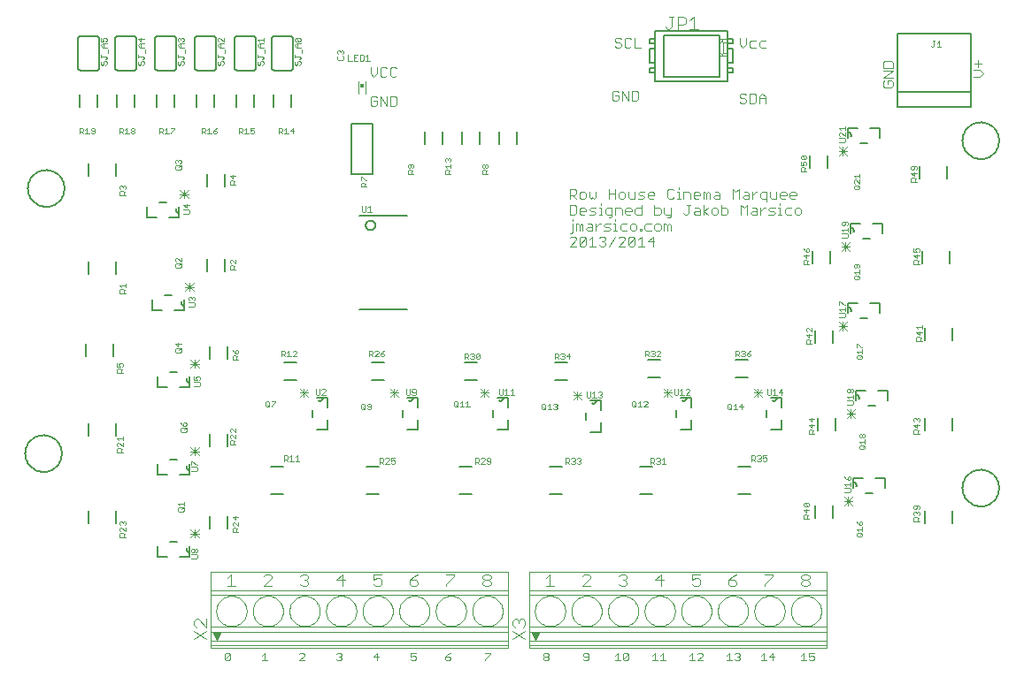
<source format=gto>
G75*
%MOIN*%
%OFA0B0*%
%FSLAX24Y24*%
%IPPOS*%
%LPD*%
%AMOC8*
5,1,8,0,0,1.08239X$1,22.5*
%
%ADD10C,0.0030*%
%ADD11C,0.0060*%
%ADD12C,0.0020*%
%ADD13C,0.0050*%
%ADD14C,0.0040*%
%ADD15R,0.0118X0.0118*%
%ADD16C,0.0080*%
D10*
X007920Y004770D02*
X008114Y004964D01*
X008114Y004770D01*
X008065Y004722D01*
X007969Y004722D01*
X007920Y004770D01*
X007920Y004964D01*
X007969Y005012D01*
X008065Y005012D01*
X008114Y004964D01*
X009320Y004915D02*
X009417Y005012D01*
X009417Y004722D01*
X009320Y004722D02*
X009514Y004722D01*
X010720Y004722D02*
X010914Y004915D01*
X010914Y004964D01*
X010865Y005012D01*
X010769Y005012D01*
X010720Y004964D01*
X010720Y004722D02*
X010914Y004722D01*
X012120Y004770D02*
X012169Y004722D01*
X012265Y004722D01*
X012314Y004770D01*
X012314Y004818D01*
X012265Y004867D01*
X012217Y004867D01*
X012265Y004867D02*
X012314Y004915D01*
X012314Y004964D01*
X012265Y005012D01*
X012169Y005012D01*
X012120Y004964D01*
X013520Y004867D02*
X013714Y004867D01*
X013665Y005012D02*
X013520Y004867D01*
X013665Y004722D02*
X013665Y005012D01*
X014920Y005012D02*
X014920Y004867D01*
X015017Y004915D01*
X015065Y004915D01*
X015114Y004867D01*
X015114Y004770D01*
X015065Y004722D01*
X014969Y004722D01*
X014920Y004770D01*
X014920Y005012D02*
X015114Y005012D01*
X016220Y004867D02*
X016365Y004867D01*
X016414Y004818D01*
X016414Y004770D01*
X016365Y004722D01*
X016269Y004722D01*
X016220Y004770D01*
X016220Y004867D01*
X016317Y004964D01*
X016414Y005012D01*
X017720Y005012D02*
X017914Y005012D01*
X017914Y004964D01*
X017720Y004770D01*
X017720Y004722D01*
X019920Y004770D02*
X019920Y004818D01*
X019969Y004867D01*
X020065Y004867D01*
X020114Y004818D01*
X020114Y004770D01*
X020065Y004722D01*
X019969Y004722D01*
X019920Y004770D01*
X019969Y004867D02*
X019920Y004915D01*
X019920Y004964D01*
X019969Y005012D01*
X020065Y005012D01*
X020114Y004964D01*
X020114Y004915D01*
X020065Y004867D01*
X021420Y004915D02*
X021469Y004867D01*
X021614Y004867D01*
X021614Y004964D02*
X021565Y005012D01*
X021469Y005012D01*
X021420Y004964D01*
X021420Y004915D01*
X021420Y004770D02*
X021469Y004722D01*
X021565Y004722D01*
X021614Y004770D01*
X021614Y004964D01*
X022626Y004915D02*
X022722Y005012D01*
X022722Y004722D01*
X022626Y004722D02*
X022819Y004722D01*
X022920Y004770D02*
X023114Y004964D01*
X023114Y004770D01*
X023065Y004722D01*
X022969Y004722D01*
X022920Y004770D01*
X022920Y004964D01*
X022969Y005012D01*
X023065Y005012D01*
X023114Y004964D01*
X024026Y004915D02*
X024122Y005012D01*
X024122Y004722D01*
X024026Y004722D02*
X024219Y004722D01*
X024320Y004722D02*
X024514Y004722D01*
X024417Y004722D02*
X024417Y005012D01*
X024320Y004915D01*
X025426Y004915D02*
X025522Y005012D01*
X025522Y004722D01*
X025426Y004722D02*
X025619Y004722D01*
X025720Y004722D02*
X025914Y004915D01*
X025914Y004964D01*
X025865Y005012D01*
X025769Y005012D01*
X025720Y004964D01*
X025720Y004722D02*
X025914Y004722D01*
X026826Y004722D02*
X027019Y004722D01*
X026922Y004722D02*
X026922Y005012D01*
X026826Y004915D01*
X027120Y004964D02*
X027169Y005012D01*
X027265Y005012D01*
X027314Y004964D01*
X027314Y004915D01*
X027265Y004867D01*
X027314Y004818D01*
X027314Y004770D01*
X027265Y004722D01*
X027169Y004722D01*
X027120Y004770D01*
X027217Y004867D02*
X027265Y004867D01*
X028126Y004915D02*
X028222Y005012D01*
X028222Y004722D01*
X028126Y004722D02*
X028319Y004722D01*
X028420Y004867D02*
X028614Y004867D01*
X028565Y005012D02*
X028420Y004867D01*
X028565Y004722D02*
X028565Y005012D01*
X029626Y004915D02*
X029722Y005012D01*
X029722Y004722D01*
X029626Y004722D02*
X029819Y004722D01*
X029920Y004770D02*
X029969Y004722D01*
X030065Y004722D01*
X030114Y004770D01*
X030114Y004867D01*
X030065Y004915D01*
X030017Y004915D01*
X029920Y004867D01*
X029920Y005012D01*
X030114Y005012D01*
X031253Y010582D02*
X031567Y010895D01*
X031567Y010738D02*
X031253Y010738D01*
X031253Y010895D02*
X031567Y010582D01*
X031410Y010582D02*
X031410Y010895D01*
X031353Y013882D02*
X031667Y014195D01*
X031667Y014038D02*
X031353Y014038D01*
X031353Y014195D02*
X031667Y013882D01*
X031510Y013882D02*
X031510Y014195D01*
X028169Y014660D02*
X027855Y014974D01*
X028012Y014974D02*
X028012Y014660D01*
X027855Y014660D02*
X028169Y014974D01*
X028169Y014817D02*
X027855Y014817D01*
X024769Y014817D02*
X024455Y014817D01*
X024455Y014974D02*
X024769Y014660D01*
X024612Y014660D02*
X024612Y014974D01*
X024769Y014974D02*
X024455Y014660D01*
X021369Y014717D02*
X021055Y014717D01*
X021055Y014874D02*
X021369Y014560D01*
X021212Y014560D02*
X021212Y014874D01*
X021369Y014874D02*
X021055Y014560D01*
X017869Y014660D02*
X017555Y014974D01*
X017712Y014974D02*
X017712Y014660D01*
X017555Y014660D02*
X017869Y014974D01*
X017869Y014817D02*
X017555Y014817D01*
X014469Y014817D02*
X014155Y014817D01*
X014155Y014974D02*
X014469Y014660D01*
X014312Y014660D02*
X014312Y014974D01*
X014469Y014974D02*
X014155Y014660D01*
X011069Y014660D02*
X010755Y014974D01*
X010912Y014974D02*
X010912Y014660D01*
X010755Y014660D02*
X011069Y014974D01*
X011069Y014817D02*
X010755Y014817D01*
X006947Y015758D02*
X006633Y016072D01*
X006633Y015915D02*
X006947Y015915D01*
X006947Y016072D02*
X006633Y015758D01*
X006790Y015758D02*
X006790Y016072D01*
X006747Y018658D02*
X006433Y018972D01*
X006433Y018815D02*
X006747Y018815D01*
X006747Y018972D02*
X006433Y018658D01*
X006590Y018658D02*
X006590Y018972D01*
X006547Y022158D02*
X006233Y022472D01*
X006233Y022315D02*
X006547Y022315D01*
X006547Y022472D02*
X006233Y022158D01*
X006390Y022158D02*
X006390Y022472D01*
X013415Y025703D02*
X013477Y025642D01*
X013600Y025642D01*
X013662Y025703D01*
X013662Y025827D01*
X013538Y025827D01*
X013415Y025950D02*
X013415Y025703D01*
X013415Y025950D02*
X013477Y026012D01*
X013600Y026012D01*
X013662Y025950D01*
X013783Y026012D02*
X014030Y025642D01*
X014030Y026012D01*
X014152Y026012D02*
X014337Y026012D01*
X014399Y025950D01*
X014399Y025703D01*
X014337Y025642D01*
X014152Y025642D01*
X014152Y026012D01*
X013783Y026012D02*
X013783Y025642D01*
X013845Y026742D02*
X013968Y026742D01*
X014030Y026803D01*
X014152Y026803D02*
X014213Y026742D01*
X014337Y026742D01*
X014399Y026803D01*
X014399Y027050D02*
X014337Y027112D01*
X014213Y027112D01*
X014152Y027050D01*
X014152Y026803D01*
X014030Y027050D02*
X013968Y027112D01*
X013845Y027112D01*
X013783Y027050D01*
X013783Y026803D01*
X013845Y026742D01*
X013662Y026865D02*
X013538Y026742D01*
X013415Y026865D01*
X013415Y027112D01*
X013662Y027112D02*
X013662Y026865D01*
X020915Y022512D02*
X020915Y022142D01*
X020915Y022265D02*
X021100Y022265D01*
X021162Y022327D01*
X021162Y022450D01*
X021100Y022512D01*
X020915Y022512D01*
X021038Y022265D02*
X021162Y022142D01*
X021283Y022203D02*
X021345Y022142D01*
X021468Y022142D01*
X021530Y022203D01*
X021530Y022327D01*
X021468Y022389D01*
X021345Y022389D01*
X021283Y022327D01*
X021283Y022203D01*
X021100Y021912D02*
X020915Y021912D01*
X020915Y021542D01*
X021100Y021542D01*
X021162Y021603D01*
X021162Y021850D01*
X021100Y021912D01*
X021283Y021727D02*
X021345Y021789D01*
X021468Y021789D01*
X021530Y021727D01*
X021530Y021665D01*
X021283Y021665D01*
X021283Y021603D02*
X021283Y021727D01*
X021283Y021603D02*
X021345Y021542D01*
X021468Y021542D01*
X021652Y021542D02*
X021837Y021542D01*
X021899Y021603D01*
X021837Y021665D01*
X021713Y021665D01*
X021652Y021727D01*
X021713Y021789D01*
X021899Y021789D01*
X022020Y021789D02*
X022082Y021789D01*
X022082Y021542D01*
X022143Y021542D02*
X022020Y021542D01*
X022265Y021603D02*
X022327Y021542D01*
X022512Y021542D01*
X022512Y021480D02*
X022512Y021789D01*
X022327Y021789D01*
X022265Y021727D01*
X022265Y021603D01*
X022389Y021418D02*
X022451Y021418D01*
X022512Y021480D01*
X022634Y021542D02*
X022634Y021789D01*
X022819Y021789D01*
X022881Y021727D01*
X022881Y021542D01*
X023002Y021603D02*
X023002Y021727D01*
X023064Y021789D01*
X023187Y021789D01*
X023249Y021727D01*
X023249Y021665D01*
X023002Y021665D01*
X023002Y021603D02*
X023064Y021542D01*
X023187Y021542D01*
X023370Y021603D02*
X023370Y021727D01*
X023432Y021789D01*
X023617Y021789D01*
X023617Y021912D02*
X023617Y021542D01*
X023432Y021542D01*
X023370Y021603D01*
X023371Y021189D02*
X023248Y021189D01*
X023186Y021127D01*
X023186Y021003D01*
X023248Y020942D01*
X023371Y020942D01*
X023433Y021003D01*
X023433Y021127D01*
X023371Y021189D01*
X023555Y021003D02*
X023616Y021003D01*
X023616Y020942D01*
X023555Y020942D01*
X023555Y021003D01*
X023739Y021003D02*
X023739Y021127D01*
X023800Y021189D01*
X023986Y021189D01*
X024107Y021127D02*
X024107Y021003D01*
X024169Y020942D01*
X024292Y020942D01*
X024354Y021003D01*
X024354Y021127D01*
X024292Y021189D01*
X024169Y021189D01*
X024107Y021127D01*
X023986Y020942D02*
X023800Y020942D01*
X023739Y021003D01*
X023617Y020712D02*
X023617Y020342D01*
X023740Y020342D02*
X023493Y020342D01*
X023372Y020403D02*
X023310Y020342D01*
X023187Y020342D01*
X023125Y020403D01*
X023372Y020650D01*
X023372Y020403D01*
X023493Y020589D02*
X023617Y020712D01*
X023372Y020650D02*
X023310Y020712D01*
X023187Y020712D01*
X023125Y020650D01*
X023125Y020403D01*
X023003Y020342D02*
X022757Y020342D01*
X023003Y020589D01*
X023003Y020650D01*
X022942Y020712D01*
X022818Y020712D01*
X022757Y020650D01*
X022635Y020712D02*
X022388Y020342D01*
X022267Y020403D02*
X022205Y020342D01*
X022082Y020342D01*
X022020Y020403D01*
X021899Y020342D02*
X021652Y020342D01*
X021775Y020342D02*
X021775Y020712D01*
X021652Y020589D01*
X021530Y020650D02*
X021283Y020403D01*
X021345Y020342D01*
X021468Y020342D01*
X021530Y020403D01*
X021530Y020650D01*
X021468Y020712D01*
X021345Y020712D01*
X021283Y020650D01*
X021283Y020403D01*
X021162Y020342D02*
X020915Y020342D01*
X021162Y020589D01*
X021162Y020650D01*
X021100Y020712D01*
X020977Y020712D01*
X020915Y020650D01*
X020915Y020818D02*
X020977Y020818D01*
X021038Y020880D01*
X021038Y021189D01*
X021161Y021189D02*
X021222Y021189D01*
X021284Y021127D01*
X021346Y021189D01*
X021407Y021127D01*
X021407Y020942D01*
X021284Y020942D02*
X021284Y021127D01*
X021161Y021189D02*
X021161Y020942D01*
X021529Y021003D02*
X021591Y021065D01*
X021776Y021065D01*
X021776Y021127D02*
X021776Y020942D01*
X021591Y020942D01*
X021529Y021003D01*
X021591Y021189D02*
X021714Y021189D01*
X021776Y021127D01*
X021897Y021189D02*
X021897Y020942D01*
X021897Y021065D02*
X022021Y021189D01*
X022082Y021189D01*
X022204Y021127D02*
X022266Y021065D01*
X022389Y021065D01*
X022451Y021003D01*
X022389Y020942D01*
X022204Y020942D01*
X022204Y021127D02*
X022266Y021189D01*
X022451Y021189D01*
X022572Y021189D02*
X022634Y021189D01*
X022634Y020942D01*
X022572Y020942D02*
X022696Y020942D01*
X022818Y021003D02*
X022880Y020942D01*
X023065Y020942D01*
X023065Y021189D02*
X022880Y021189D01*
X022818Y021127D01*
X022818Y021003D01*
X022634Y021312D02*
X022634Y021374D01*
X022082Y021912D02*
X022082Y021974D01*
X021899Y022203D02*
X021899Y022389D01*
X021899Y022203D02*
X021837Y022142D01*
X021775Y022203D01*
X021713Y022142D01*
X021652Y022203D01*
X021652Y022389D01*
X022388Y022327D02*
X022635Y022327D01*
X022757Y022327D02*
X022757Y022203D01*
X022818Y022142D01*
X022942Y022142D01*
X023003Y022203D01*
X023003Y022327D01*
X022942Y022389D01*
X022818Y022389D01*
X022757Y022327D01*
X022635Y022512D02*
X022635Y022142D01*
X022388Y022142D02*
X022388Y022512D01*
X023125Y022389D02*
X023125Y022203D01*
X023187Y022142D01*
X023372Y022142D01*
X023372Y022389D01*
X023493Y022327D02*
X023555Y022389D01*
X023740Y022389D01*
X023862Y022327D02*
X023923Y022389D01*
X024047Y022389D01*
X024108Y022327D01*
X024108Y022265D01*
X023862Y022265D01*
X023862Y022203D02*
X023862Y022327D01*
X023862Y022203D02*
X023923Y022142D01*
X024047Y022142D01*
X024107Y021912D02*
X024107Y021542D01*
X024292Y021542D01*
X024354Y021603D01*
X024354Y021727D01*
X024292Y021789D01*
X024107Y021789D01*
X024475Y021789D02*
X024475Y021603D01*
X024537Y021542D01*
X024722Y021542D01*
X024722Y021480D02*
X024661Y021418D01*
X024599Y021418D01*
X024722Y021480D02*
X024722Y021789D01*
X024660Y022142D02*
X024783Y022142D01*
X024845Y022203D01*
X024966Y022142D02*
X025090Y022142D01*
X025028Y022142D02*
X025028Y022389D01*
X024966Y022389D01*
X024845Y022450D02*
X024783Y022512D01*
X024660Y022512D01*
X024598Y022450D01*
X024598Y022203D01*
X024660Y022142D01*
X025028Y022512D02*
X025028Y022574D01*
X025212Y022389D02*
X025397Y022389D01*
X025459Y022327D01*
X025459Y022142D01*
X025580Y022203D02*
X025580Y022327D01*
X025642Y022389D01*
X025765Y022389D01*
X025827Y022327D01*
X025827Y022265D01*
X025580Y022265D01*
X025580Y022203D02*
X025642Y022142D01*
X025765Y022142D01*
X025949Y022142D02*
X025949Y022389D01*
X026010Y022389D01*
X026072Y022327D01*
X026134Y022389D01*
X026196Y022327D01*
X026196Y022142D01*
X026072Y022142D02*
X026072Y022327D01*
X026317Y022203D02*
X026379Y022265D01*
X026564Y022265D01*
X026564Y022327D02*
X026564Y022142D01*
X026379Y022142D01*
X026317Y022203D01*
X026379Y022389D02*
X026502Y022389D01*
X026564Y022327D01*
X026624Y021912D02*
X026624Y021542D01*
X026809Y021542D01*
X026871Y021603D01*
X026871Y021727D01*
X026809Y021789D01*
X026624Y021789D01*
X026502Y021727D02*
X026441Y021789D01*
X026317Y021789D01*
X026256Y021727D01*
X026256Y021603D01*
X026317Y021542D01*
X026441Y021542D01*
X026502Y021603D01*
X026502Y021727D01*
X026134Y021789D02*
X025949Y021665D01*
X026134Y021542D01*
X025949Y021542D02*
X025949Y021912D01*
X025765Y021789D02*
X025827Y021727D01*
X025827Y021542D01*
X025642Y021542D01*
X025580Y021603D01*
X025642Y021665D01*
X025827Y021665D01*
X025765Y021789D02*
X025642Y021789D01*
X025459Y021912D02*
X025335Y021912D01*
X025397Y021912D02*
X025397Y021603D01*
X025335Y021542D01*
X025274Y021542D01*
X025212Y021603D01*
X025212Y022142D02*
X025212Y022389D01*
X024661Y021189D02*
X024722Y021127D01*
X024722Y020942D01*
X024599Y020942D02*
X024599Y021127D01*
X024661Y021189D01*
X024599Y021127D02*
X024537Y021189D01*
X024475Y021189D01*
X024475Y020942D01*
X024047Y020712D02*
X023862Y020527D01*
X024108Y020527D01*
X024047Y020342D02*
X024047Y020712D01*
X023678Y022142D02*
X023493Y022142D01*
X023555Y022265D02*
X023493Y022327D01*
X023555Y022265D02*
X023678Y022265D01*
X023740Y022203D01*
X023678Y022142D01*
X022205Y020712D02*
X022082Y020712D01*
X022020Y020650D01*
X022143Y020527D02*
X022205Y020527D01*
X022267Y020465D01*
X022267Y020403D01*
X022205Y020527D02*
X022267Y020589D01*
X022267Y020650D01*
X022205Y020712D01*
X021038Y021312D02*
X021038Y021374D01*
X022577Y025842D02*
X022515Y025903D01*
X022515Y026150D01*
X022577Y026212D01*
X022700Y026212D01*
X022762Y026150D01*
X022762Y026027D02*
X022638Y026027D01*
X022762Y026027D02*
X022762Y025903D01*
X022700Y025842D01*
X022577Y025842D01*
X022883Y025842D02*
X022883Y026212D01*
X023130Y025842D01*
X023130Y026212D01*
X023252Y026212D02*
X023437Y026212D01*
X023499Y026150D01*
X023499Y025903D01*
X023437Y025842D01*
X023252Y025842D01*
X023252Y026212D01*
X023168Y027842D02*
X023230Y027903D01*
X023168Y027842D02*
X023045Y027842D01*
X022983Y027903D01*
X022983Y028150D01*
X023045Y028212D01*
X023168Y028212D01*
X023230Y028150D01*
X023352Y028212D02*
X023352Y027842D01*
X023599Y027842D01*
X022862Y027903D02*
X022800Y027842D01*
X022677Y027842D01*
X022615Y027903D01*
X022677Y028027D02*
X022800Y028027D01*
X022862Y027965D01*
X022862Y027903D01*
X022677Y028027D02*
X022615Y028089D01*
X022615Y028150D01*
X022677Y028212D01*
X022800Y028212D01*
X022862Y028150D01*
X027315Y028212D02*
X027315Y027965D01*
X027438Y027842D01*
X027562Y027965D01*
X027562Y028212D01*
X027745Y028089D02*
X027683Y028027D01*
X027683Y027903D01*
X027745Y027842D01*
X027930Y027842D01*
X028052Y027903D02*
X028113Y027842D01*
X028299Y027842D01*
X028299Y028089D02*
X028113Y028089D01*
X028052Y028027D01*
X028052Y027903D01*
X027930Y028089D02*
X027745Y028089D01*
X027683Y026112D02*
X027868Y026112D01*
X027930Y026050D01*
X027930Y025803D01*
X027868Y025742D01*
X027683Y025742D01*
X027683Y026112D01*
X027562Y026050D02*
X027500Y026112D01*
X027377Y026112D01*
X027315Y026050D01*
X027315Y025989D01*
X027377Y025927D01*
X027500Y025927D01*
X027562Y025865D01*
X027562Y025803D01*
X027500Y025742D01*
X027377Y025742D01*
X027315Y025803D01*
X028052Y025742D02*
X028052Y025989D01*
X028175Y026112D01*
X028299Y025989D01*
X028299Y025742D01*
X028299Y025927D02*
X028052Y025927D01*
X031053Y024095D02*
X031367Y023782D01*
X031367Y023938D02*
X031053Y023938D01*
X031053Y023782D02*
X031367Y024095D01*
X031210Y024095D02*
X031210Y023782D01*
X029449Y022327D02*
X029449Y022265D01*
X029202Y022265D01*
X029202Y022203D02*
X029202Y022327D01*
X029264Y022389D01*
X029387Y022389D01*
X029449Y022327D01*
X029387Y022142D02*
X029264Y022142D01*
X029202Y022203D01*
X029081Y022265D02*
X028834Y022265D01*
X028834Y022203D02*
X028834Y022327D01*
X028895Y022389D01*
X029019Y022389D01*
X029081Y022327D01*
X029081Y022265D01*
X029019Y022142D02*
X028895Y022142D01*
X028834Y022203D01*
X028712Y022142D02*
X028712Y022389D01*
X028465Y022389D02*
X028465Y022203D01*
X028527Y022142D01*
X028712Y022142D01*
X028834Y021974D02*
X028834Y021912D01*
X028834Y021789D02*
X028834Y021542D01*
X028772Y021542D02*
X028896Y021542D01*
X029018Y021603D02*
X029080Y021542D01*
X029265Y021542D01*
X029386Y021603D02*
X029448Y021542D01*
X029571Y021542D01*
X029633Y021603D01*
X029633Y021727D01*
X029571Y021789D01*
X029448Y021789D01*
X029386Y021727D01*
X029386Y021603D01*
X029265Y021789D02*
X029080Y021789D01*
X029018Y021727D01*
X029018Y021603D01*
X028834Y021789D02*
X028772Y021789D01*
X028651Y021789D02*
X028466Y021789D01*
X028404Y021727D01*
X028466Y021665D01*
X028589Y021665D01*
X028651Y021603D01*
X028589Y021542D01*
X028404Y021542D01*
X028282Y021789D02*
X028221Y021789D01*
X028097Y021665D01*
X027976Y021665D02*
X027791Y021665D01*
X027729Y021603D01*
X027791Y021542D01*
X027976Y021542D01*
X027976Y021727D01*
X027914Y021789D01*
X027791Y021789D01*
X027607Y021912D02*
X027607Y021542D01*
X027361Y021542D02*
X027361Y021912D01*
X027484Y021789D01*
X027607Y021912D01*
X027669Y022142D02*
X027484Y022142D01*
X027422Y022203D01*
X027484Y022265D01*
X027669Y022265D01*
X027669Y022327D02*
X027669Y022142D01*
X027790Y022142D02*
X027790Y022389D01*
X027914Y022389D02*
X027975Y022389D01*
X027914Y022389D02*
X027790Y022265D01*
X027669Y022327D02*
X027607Y022389D01*
X027484Y022389D01*
X027300Y022512D02*
X027300Y022142D01*
X027054Y022142D02*
X027054Y022512D01*
X027177Y022389D01*
X027300Y022512D01*
X028097Y022327D02*
X028097Y022203D01*
X028159Y022142D01*
X028344Y022142D01*
X028344Y022018D02*
X028344Y022389D01*
X028159Y022389D01*
X028097Y022327D01*
X028097Y021789D02*
X028097Y021542D01*
X031153Y020495D02*
X031467Y020182D01*
X031467Y020338D02*
X031153Y020338D01*
X031153Y020182D02*
X031467Y020495D01*
X031310Y020495D02*
X031310Y020182D01*
X031367Y017495D02*
X031053Y017182D01*
X031053Y017338D02*
X031367Y017338D01*
X031367Y017182D02*
X031053Y017495D01*
X031210Y017495D02*
X031210Y017182D01*
X032776Y026337D02*
X033023Y026337D01*
X033085Y026398D01*
X033085Y026522D01*
X033023Y026584D01*
X032900Y026584D01*
X032900Y026460D01*
X032776Y026337D02*
X032715Y026398D01*
X032715Y026522D01*
X032776Y026584D01*
X032715Y026705D02*
X033085Y026952D01*
X032715Y026952D01*
X032715Y027073D02*
X032715Y027259D01*
X032776Y027320D01*
X033023Y027320D01*
X033085Y027259D01*
X033085Y027073D01*
X032715Y027073D01*
X032715Y026705D02*
X033085Y026705D01*
X036115Y026742D02*
X036362Y026742D01*
X036485Y026865D01*
X036362Y026989D01*
X036115Y026989D01*
X036300Y027110D02*
X036300Y027357D01*
X036423Y027233D02*
X036176Y027233D01*
X006947Y012772D02*
X006633Y012458D01*
X006633Y012615D02*
X006947Y012615D01*
X006947Y012458D02*
X006633Y012772D01*
X006790Y012772D02*
X006790Y012458D01*
X006790Y009672D02*
X006790Y009358D01*
X006633Y009358D02*
X006947Y009672D01*
X006947Y009515D02*
X006633Y009515D01*
X006633Y009672D02*
X006947Y009358D01*
D11*
X006600Y009037D02*
X006600Y008807D01*
X006600Y008647D01*
X006240Y008647D01*
X006600Y008806D02*
X006579Y008808D01*
X006559Y008814D01*
X006541Y008822D01*
X006524Y008835D01*
X006509Y008849D01*
X006497Y008866D01*
X006489Y008885D01*
X006484Y008905D01*
X006482Y008926D01*
X006484Y008947D01*
X006490Y008967D01*
X006130Y009207D02*
X005870Y009207D01*
X005400Y009037D02*
X005400Y008647D01*
X005760Y008647D01*
X007360Y009697D02*
X007360Y010157D01*
X008040Y010157D02*
X008040Y009697D01*
X009670Y011007D02*
X010130Y011007D01*
X010130Y012047D02*
X009670Y012047D01*
X008040Y012797D02*
X008040Y013257D01*
X007360Y013257D02*
X007360Y012797D01*
X006600Y012137D02*
X006600Y011907D01*
X006600Y011747D01*
X006240Y011747D01*
X006600Y011906D02*
X006579Y011908D01*
X006559Y011914D01*
X006541Y011922D01*
X006524Y011935D01*
X006509Y011949D01*
X006497Y011966D01*
X006489Y011985D01*
X006484Y012005D01*
X006482Y012026D01*
X006484Y012047D01*
X006490Y012067D01*
X006130Y012307D02*
X005870Y012307D01*
X005400Y012137D02*
X005400Y011747D01*
X005760Y011747D01*
X003820Y010357D02*
X003820Y009897D01*
X002780Y009897D02*
X002780Y010357D01*
X000411Y012527D02*
X000413Y012579D01*
X000419Y012631D01*
X000429Y012682D01*
X000442Y012732D01*
X000460Y012782D01*
X000481Y012829D01*
X000505Y012875D01*
X000534Y012919D01*
X000565Y012961D01*
X000599Y013000D01*
X000636Y013037D01*
X000676Y013070D01*
X000719Y013101D01*
X000763Y013128D01*
X000809Y013152D01*
X000858Y013172D01*
X000907Y013188D01*
X000958Y013201D01*
X001009Y013210D01*
X001061Y013215D01*
X001113Y013216D01*
X001165Y013213D01*
X001217Y013206D01*
X001268Y013195D01*
X001318Y013181D01*
X001367Y013162D01*
X001414Y013140D01*
X001459Y013115D01*
X001503Y013086D01*
X001544Y013054D01*
X001583Y013019D01*
X001618Y012981D01*
X001651Y012940D01*
X001681Y012898D01*
X001707Y012853D01*
X001730Y012806D01*
X001749Y012757D01*
X001765Y012707D01*
X001777Y012657D01*
X001785Y012605D01*
X001789Y012553D01*
X001789Y012501D01*
X001785Y012449D01*
X001777Y012397D01*
X001765Y012347D01*
X001749Y012297D01*
X001730Y012248D01*
X001707Y012201D01*
X001681Y012156D01*
X001651Y012114D01*
X001618Y012073D01*
X001583Y012035D01*
X001544Y012000D01*
X001503Y011968D01*
X001459Y011939D01*
X001414Y011914D01*
X001367Y011892D01*
X001318Y011873D01*
X001268Y011859D01*
X001217Y011848D01*
X001165Y011841D01*
X001113Y011838D01*
X001061Y011839D01*
X001009Y011844D01*
X000958Y011853D01*
X000907Y011866D01*
X000858Y011882D01*
X000809Y011902D01*
X000763Y011926D01*
X000719Y011953D01*
X000676Y011984D01*
X000636Y012017D01*
X000599Y012054D01*
X000565Y012093D01*
X000534Y012135D01*
X000505Y012179D01*
X000481Y012225D01*
X000460Y012272D01*
X000442Y012322D01*
X000429Y012372D01*
X000419Y012423D01*
X000413Y012475D01*
X000411Y012527D01*
X002780Y013197D02*
X002780Y013657D01*
X003820Y013657D02*
X003820Y013197D01*
X005400Y015047D02*
X005760Y015047D01*
X005400Y015047D02*
X005400Y015437D01*
X005870Y015607D02*
X006130Y015607D01*
X006600Y015437D02*
X006600Y015207D01*
X006600Y015047D01*
X006240Y015047D01*
X006600Y015206D02*
X006579Y015208D01*
X006559Y015214D01*
X006541Y015222D01*
X006524Y015235D01*
X006509Y015249D01*
X006497Y015266D01*
X006489Y015285D01*
X006484Y015305D01*
X006482Y015326D01*
X006484Y015347D01*
X006490Y015367D01*
X007360Y016097D02*
X007360Y016557D01*
X008040Y016557D02*
X008040Y016097D01*
X006400Y017947D02*
X006040Y017947D01*
X006400Y017947D02*
X006400Y018107D01*
X006400Y018337D01*
X006290Y018267D02*
X006284Y018247D01*
X006282Y018226D01*
X006284Y018205D01*
X006289Y018185D01*
X006297Y018166D01*
X006309Y018149D01*
X006324Y018135D01*
X006341Y018122D01*
X006359Y018114D01*
X006379Y018108D01*
X006400Y018106D01*
X005930Y018507D02*
X005670Y018507D01*
X005200Y018337D02*
X005200Y017947D01*
X005560Y017947D01*
X003820Y019297D02*
X003820Y019757D01*
X002780Y019757D02*
X002780Y019297D01*
X005000Y021447D02*
X005360Y021447D01*
X005000Y021447D02*
X005000Y021837D01*
X005470Y022007D02*
X005730Y022007D01*
X006200Y021837D02*
X006200Y021607D01*
X006200Y021447D01*
X005840Y021447D01*
X006200Y021606D02*
X006179Y021608D01*
X006159Y021614D01*
X006141Y021622D01*
X006124Y021635D01*
X006109Y021649D01*
X006097Y021666D01*
X006089Y021685D01*
X006084Y021705D01*
X006082Y021726D01*
X006084Y021747D01*
X006090Y021767D01*
X007260Y022597D02*
X007260Y023057D01*
X007940Y023057D02*
X007940Y022597D01*
X007940Y019857D02*
X007940Y019397D01*
X007260Y019397D02*
X007260Y019857D01*
X003820Y022997D02*
X003820Y023457D01*
X002780Y023457D02*
X002780Y022997D01*
X000511Y022527D02*
X000513Y022579D01*
X000519Y022631D01*
X000529Y022682D01*
X000542Y022732D01*
X000560Y022782D01*
X000581Y022829D01*
X000605Y022875D01*
X000634Y022919D01*
X000665Y022961D01*
X000699Y023000D01*
X000736Y023037D01*
X000776Y023070D01*
X000819Y023101D01*
X000863Y023128D01*
X000909Y023152D01*
X000958Y023172D01*
X001007Y023188D01*
X001058Y023201D01*
X001109Y023210D01*
X001161Y023215D01*
X001213Y023216D01*
X001265Y023213D01*
X001317Y023206D01*
X001368Y023195D01*
X001418Y023181D01*
X001467Y023162D01*
X001514Y023140D01*
X001559Y023115D01*
X001603Y023086D01*
X001644Y023054D01*
X001683Y023019D01*
X001718Y022981D01*
X001751Y022940D01*
X001781Y022898D01*
X001807Y022853D01*
X001830Y022806D01*
X001849Y022757D01*
X001865Y022707D01*
X001877Y022657D01*
X001885Y022605D01*
X001889Y022553D01*
X001889Y022501D01*
X001885Y022449D01*
X001877Y022397D01*
X001865Y022347D01*
X001849Y022297D01*
X001830Y022248D01*
X001807Y022201D01*
X001781Y022156D01*
X001751Y022114D01*
X001718Y022073D01*
X001683Y022035D01*
X001644Y022000D01*
X001603Y021968D01*
X001559Y021939D01*
X001514Y021914D01*
X001467Y021892D01*
X001418Y021873D01*
X001368Y021859D01*
X001317Y021848D01*
X001265Y021841D01*
X001213Y021838D01*
X001161Y021839D01*
X001109Y021844D01*
X001058Y021853D01*
X001007Y021866D01*
X000958Y021882D01*
X000909Y021902D01*
X000863Y021926D01*
X000819Y021953D01*
X000776Y021984D01*
X000736Y022017D01*
X000699Y022054D01*
X000665Y022093D01*
X000634Y022135D01*
X000605Y022179D01*
X000581Y022225D01*
X000560Y022272D01*
X000542Y022322D01*
X000529Y022372D01*
X000519Y022423D01*
X000513Y022475D01*
X000511Y022527D01*
X002460Y025597D02*
X002460Y026057D01*
X003140Y026057D02*
X003140Y025597D01*
X003860Y025597D02*
X003860Y026057D01*
X004540Y026057D02*
X004540Y025597D01*
X005360Y025597D02*
X005360Y026057D01*
X006040Y026057D02*
X006040Y025597D01*
X006860Y025597D02*
X006860Y026057D01*
X007540Y026057D02*
X007540Y025597D01*
X008360Y025597D02*
X008360Y026057D01*
X009040Y026057D02*
X009040Y025597D01*
X009760Y025597D02*
X009760Y026057D01*
X010440Y026057D02*
X010440Y025597D01*
X010400Y026977D02*
X009800Y026977D01*
X009783Y026979D01*
X009766Y026983D01*
X009750Y026990D01*
X009736Y027000D01*
X009723Y027013D01*
X009713Y027027D01*
X009706Y027043D01*
X009702Y027060D01*
X009700Y027077D01*
X009700Y028177D01*
X009702Y028194D01*
X009706Y028211D01*
X009713Y028227D01*
X009723Y028241D01*
X009736Y028254D01*
X009750Y028264D01*
X009766Y028271D01*
X009783Y028275D01*
X009800Y028277D01*
X010400Y028277D01*
X010417Y028275D01*
X010434Y028271D01*
X010450Y028264D01*
X010464Y028254D01*
X010477Y028241D01*
X010487Y028227D01*
X010494Y028211D01*
X010498Y028194D01*
X010500Y028177D01*
X010500Y027077D01*
X010498Y027060D01*
X010494Y027043D01*
X010487Y027027D01*
X010477Y027013D01*
X010464Y027000D01*
X010450Y026990D01*
X010434Y026983D01*
X010417Y026979D01*
X010400Y026977D01*
X009100Y027077D02*
X009100Y028177D01*
X009098Y028194D01*
X009094Y028211D01*
X009087Y028227D01*
X009077Y028241D01*
X009064Y028254D01*
X009050Y028264D01*
X009034Y028271D01*
X009017Y028275D01*
X009000Y028277D01*
X008400Y028277D01*
X008383Y028275D01*
X008366Y028271D01*
X008350Y028264D01*
X008336Y028254D01*
X008323Y028241D01*
X008313Y028227D01*
X008306Y028211D01*
X008302Y028194D01*
X008300Y028177D01*
X008300Y027077D01*
X008302Y027060D01*
X008306Y027043D01*
X008313Y027027D01*
X008323Y027013D01*
X008336Y027000D01*
X008350Y026990D01*
X008366Y026983D01*
X008383Y026979D01*
X008400Y026977D01*
X009000Y026977D01*
X009017Y026979D01*
X009034Y026983D01*
X009050Y026990D01*
X009064Y027000D01*
X009077Y027013D01*
X009087Y027027D01*
X009094Y027043D01*
X009098Y027060D01*
X009100Y027077D01*
X007600Y027077D02*
X007600Y028177D01*
X007598Y028194D01*
X007594Y028211D01*
X007587Y028227D01*
X007577Y028241D01*
X007564Y028254D01*
X007550Y028264D01*
X007534Y028271D01*
X007517Y028275D01*
X007500Y028277D01*
X006900Y028277D01*
X006883Y028275D01*
X006866Y028271D01*
X006850Y028264D01*
X006836Y028254D01*
X006823Y028241D01*
X006813Y028227D01*
X006806Y028211D01*
X006802Y028194D01*
X006800Y028177D01*
X006800Y027077D01*
X006802Y027060D01*
X006806Y027043D01*
X006813Y027027D01*
X006823Y027013D01*
X006836Y027000D01*
X006850Y026990D01*
X006866Y026983D01*
X006883Y026979D01*
X006900Y026977D01*
X007500Y026977D01*
X007517Y026979D01*
X007534Y026983D01*
X007550Y026990D01*
X007564Y027000D01*
X007577Y027013D01*
X007587Y027027D01*
X007594Y027043D01*
X007598Y027060D01*
X007600Y027077D01*
X006100Y027077D02*
X006100Y028177D01*
X006098Y028194D01*
X006094Y028211D01*
X006087Y028227D01*
X006077Y028241D01*
X006064Y028254D01*
X006050Y028264D01*
X006034Y028271D01*
X006017Y028275D01*
X006000Y028277D01*
X005400Y028277D01*
X005383Y028275D01*
X005366Y028271D01*
X005350Y028264D01*
X005336Y028254D01*
X005323Y028241D01*
X005313Y028227D01*
X005306Y028211D01*
X005302Y028194D01*
X005300Y028177D01*
X005300Y027077D01*
X005302Y027060D01*
X005306Y027043D01*
X005313Y027027D01*
X005323Y027013D01*
X005336Y027000D01*
X005350Y026990D01*
X005366Y026983D01*
X005383Y026979D01*
X005400Y026977D01*
X006000Y026977D01*
X006017Y026979D01*
X006034Y026983D01*
X006050Y026990D01*
X006064Y027000D01*
X006077Y027013D01*
X006087Y027027D01*
X006094Y027043D01*
X006098Y027060D01*
X006100Y027077D01*
X004600Y027077D02*
X004600Y028177D01*
X004598Y028194D01*
X004594Y028211D01*
X004587Y028227D01*
X004577Y028241D01*
X004564Y028254D01*
X004550Y028264D01*
X004534Y028271D01*
X004517Y028275D01*
X004500Y028277D01*
X003900Y028277D01*
X003883Y028275D01*
X003866Y028271D01*
X003850Y028264D01*
X003836Y028254D01*
X003823Y028241D01*
X003813Y028227D01*
X003806Y028211D01*
X003802Y028194D01*
X003800Y028177D01*
X003800Y027077D01*
X003802Y027060D01*
X003806Y027043D01*
X003813Y027027D01*
X003823Y027013D01*
X003836Y027000D01*
X003850Y026990D01*
X003866Y026983D01*
X003883Y026979D01*
X003900Y026977D01*
X004500Y026977D01*
X004517Y026979D01*
X004534Y026983D01*
X004550Y026990D01*
X004564Y027000D01*
X004577Y027013D01*
X004587Y027027D01*
X004594Y027043D01*
X004598Y027060D01*
X004600Y027077D01*
X003200Y027077D02*
X003200Y028177D01*
X003198Y028194D01*
X003194Y028211D01*
X003187Y028227D01*
X003177Y028241D01*
X003164Y028254D01*
X003150Y028264D01*
X003134Y028271D01*
X003117Y028275D01*
X003100Y028277D01*
X002500Y028277D01*
X002483Y028275D01*
X002466Y028271D01*
X002450Y028264D01*
X002436Y028254D01*
X002423Y028241D01*
X002413Y028227D01*
X002406Y028211D01*
X002402Y028194D01*
X002400Y028177D01*
X002400Y027077D01*
X002402Y027060D01*
X002406Y027043D01*
X002413Y027027D01*
X002423Y027013D01*
X002436Y027000D01*
X002450Y026990D01*
X002466Y026983D01*
X002483Y026979D01*
X002500Y026977D01*
X003100Y026977D01*
X003117Y026979D01*
X003134Y026983D01*
X003150Y026990D01*
X003164Y027000D01*
X003177Y027013D01*
X003187Y027027D01*
X003194Y027043D01*
X003198Y027060D01*
X003200Y027077D01*
X013001Y021484D02*
X014799Y021484D01*
X013240Y021134D02*
X013242Y021160D01*
X013248Y021186D01*
X013257Y021210D01*
X013270Y021233D01*
X013286Y021254D01*
X013305Y021272D01*
X013326Y021288D01*
X013350Y021300D01*
X013374Y021308D01*
X013400Y021313D01*
X013427Y021314D01*
X013453Y021311D01*
X013478Y021304D01*
X013502Y021294D01*
X013525Y021280D01*
X013545Y021264D01*
X013562Y021244D01*
X013577Y021222D01*
X013588Y021198D01*
X013596Y021173D01*
X013600Y021147D01*
X013600Y021121D01*
X013596Y021095D01*
X013588Y021070D01*
X013577Y021046D01*
X013562Y021024D01*
X013545Y021004D01*
X013525Y020988D01*
X013502Y020974D01*
X013478Y020964D01*
X013453Y020957D01*
X013427Y020954D01*
X013400Y020955D01*
X013374Y020960D01*
X013350Y020968D01*
X013326Y020980D01*
X013305Y020996D01*
X013286Y021014D01*
X013270Y021035D01*
X013257Y021058D01*
X013248Y021082D01*
X013242Y021108D01*
X013240Y021134D01*
X015460Y024197D02*
X015460Y024657D01*
X016140Y024657D02*
X016140Y024197D01*
X016860Y024197D02*
X016860Y024657D01*
X017540Y024657D02*
X017540Y024197D01*
X018260Y024197D02*
X018260Y024657D01*
X018940Y024657D02*
X018940Y024197D01*
X014799Y017969D02*
X013001Y017969D01*
X013470Y015967D02*
X013930Y015967D01*
X013930Y015287D02*
X013470Y015287D01*
X014620Y014157D02*
X014620Y013897D01*
X014790Y013427D02*
X015180Y013427D01*
X015180Y013787D01*
X015180Y014267D02*
X015180Y014627D01*
X015020Y014627D01*
X014790Y014627D01*
X014859Y014517D02*
X014879Y014511D01*
X014900Y014509D01*
X014921Y014511D01*
X014941Y014516D01*
X014960Y014524D01*
X014977Y014536D01*
X014991Y014551D01*
X015004Y014568D01*
X015012Y014586D01*
X015018Y014606D01*
X015020Y014627D01*
X016970Y015287D02*
X017430Y015287D01*
X017430Y015967D02*
X016970Y015967D01*
X018190Y014627D02*
X018420Y014627D01*
X018580Y014627D01*
X018580Y014267D01*
X018420Y014627D02*
X018418Y014606D01*
X018412Y014586D01*
X018404Y014568D01*
X018391Y014551D01*
X018377Y014536D01*
X018360Y014524D01*
X018341Y014516D01*
X018321Y014511D01*
X018300Y014509D01*
X018279Y014511D01*
X018259Y014517D01*
X018020Y014157D02*
X018020Y013897D01*
X018190Y013427D02*
X018580Y013427D01*
X018580Y013787D01*
X017230Y012047D02*
X016770Y012047D01*
X016770Y011007D02*
X017230Y011007D01*
X020170Y011007D02*
X020630Y011007D01*
X020630Y012047D02*
X020170Y012047D01*
X021690Y013327D02*
X022080Y013327D01*
X022080Y013687D01*
X021520Y013797D02*
X021520Y014057D01*
X021690Y014527D02*
X021920Y014527D01*
X022080Y014527D01*
X022080Y014167D01*
X021920Y014527D02*
X021918Y014506D01*
X021912Y014486D01*
X021904Y014468D01*
X021891Y014451D01*
X021877Y014436D01*
X021860Y014424D01*
X021841Y014416D01*
X021821Y014411D01*
X021800Y014409D01*
X021779Y014411D01*
X021759Y014417D01*
X020830Y015287D02*
X020370Y015287D01*
X020370Y015967D02*
X020830Y015967D01*
X023870Y016067D02*
X024330Y016067D01*
X024330Y015387D02*
X023870Y015387D01*
X025090Y014627D02*
X025320Y014627D01*
X025480Y014627D01*
X025480Y014267D01*
X025320Y014627D02*
X025318Y014606D01*
X025312Y014586D01*
X025304Y014568D01*
X025291Y014551D01*
X025277Y014536D01*
X025260Y014524D01*
X025241Y014516D01*
X025221Y014511D01*
X025200Y014509D01*
X025179Y014511D01*
X025159Y014517D01*
X024920Y014157D02*
X024920Y013897D01*
X025090Y013427D02*
X025480Y013427D01*
X025480Y013787D01*
X024030Y012047D02*
X023570Y012047D01*
X023570Y011007D02*
X024030Y011007D01*
X027270Y011007D02*
X027730Y011007D01*
X027730Y012047D02*
X027270Y012047D01*
X028490Y013427D02*
X028880Y013427D01*
X028880Y013787D01*
X028880Y014267D02*
X028880Y014627D01*
X028720Y014627D01*
X028490Y014627D01*
X028559Y014517D02*
X028579Y014511D01*
X028600Y014509D01*
X028621Y014511D01*
X028641Y014516D01*
X028660Y014524D01*
X028677Y014536D01*
X028691Y014551D01*
X028704Y014568D01*
X028712Y014586D01*
X028718Y014606D01*
X028720Y014627D01*
X028320Y014157D02*
X028320Y013897D01*
X027630Y015387D02*
X027170Y015387D01*
X027170Y016067D02*
X027630Y016067D01*
X030160Y016697D02*
X030160Y017157D01*
X030840Y017157D02*
X030840Y016697D01*
X031870Y017647D02*
X032130Y017647D01*
X032600Y017817D02*
X032600Y018207D01*
X032240Y018207D01*
X031760Y018207D02*
X031400Y018207D01*
X031400Y018047D01*
X031400Y017817D01*
X031510Y017886D02*
X031516Y017906D01*
X031518Y017927D01*
X031516Y017948D01*
X031511Y017968D01*
X031503Y017987D01*
X031491Y018004D01*
X031476Y018018D01*
X031459Y018031D01*
X031441Y018039D01*
X031421Y018045D01*
X031400Y018047D01*
X030740Y019697D02*
X030740Y020157D01*
X030060Y020157D02*
X030060Y019697D01*
X031500Y020817D02*
X031500Y021047D01*
X031500Y021207D01*
X031860Y021207D01*
X031500Y021047D02*
X031521Y021045D01*
X031541Y021039D01*
X031559Y021031D01*
X031576Y021018D01*
X031591Y021004D01*
X031603Y020987D01*
X031611Y020968D01*
X031616Y020948D01*
X031618Y020927D01*
X031616Y020906D01*
X031610Y020886D01*
X031970Y020647D02*
X032230Y020647D01*
X032700Y020817D02*
X032700Y021207D01*
X032340Y021207D01*
X034180Y020157D02*
X034180Y019697D01*
X035220Y019697D02*
X035220Y020157D01*
X035120Y022897D02*
X035120Y023357D01*
X034080Y023357D02*
X034080Y022897D01*
X032600Y024417D02*
X032600Y024807D01*
X032240Y024807D01*
X031760Y024807D02*
X031400Y024807D01*
X031400Y024647D01*
X031400Y024417D01*
X031510Y024486D02*
X031516Y024506D01*
X031518Y024527D01*
X031516Y024548D01*
X031511Y024568D01*
X031503Y024587D01*
X031491Y024604D01*
X031476Y024618D01*
X031459Y024631D01*
X031441Y024639D01*
X031421Y024645D01*
X031400Y024647D01*
X031870Y024247D02*
X032130Y024247D01*
X030640Y023757D02*
X030640Y023297D01*
X029960Y023297D02*
X029960Y023757D01*
X035711Y024327D02*
X035713Y024379D01*
X035719Y024431D01*
X035729Y024482D01*
X035742Y024532D01*
X035760Y024582D01*
X035781Y024629D01*
X035805Y024675D01*
X035834Y024719D01*
X035865Y024761D01*
X035899Y024800D01*
X035936Y024837D01*
X035976Y024870D01*
X036019Y024901D01*
X036063Y024928D01*
X036109Y024952D01*
X036158Y024972D01*
X036207Y024988D01*
X036258Y025001D01*
X036309Y025010D01*
X036361Y025015D01*
X036413Y025016D01*
X036465Y025013D01*
X036517Y025006D01*
X036568Y024995D01*
X036618Y024981D01*
X036667Y024962D01*
X036714Y024940D01*
X036759Y024915D01*
X036803Y024886D01*
X036844Y024854D01*
X036883Y024819D01*
X036918Y024781D01*
X036951Y024740D01*
X036981Y024698D01*
X037007Y024653D01*
X037030Y024606D01*
X037049Y024557D01*
X037065Y024507D01*
X037077Y024457D01*
X037085Y024405D01*
X037089Y024353D01*
X037089Y024301D01*
X037085Y024249D01*
X037077Y024197D01*
X037065Y024147D01*
X037049Y024097D01*
X037030Y024048D01*
X037007Y024001D01*
X036981Y023956D01*
X036951Y023914D01*
X036918Y023873D01*
X036883Y023835D01*
X036844Y023800D01*
X036803Y023768D01*
X036759Y023739D01*
X036714Y023714D01*
X036667Y023692D01*
X036618Y023673D01*
X036568Y023659D01*
X036517Y023648D01*
X036465Y023641D01*
X036413Y023638D01*
X036361Y023639D01*
X036309Y023644D01*
X036258Y023653D01*
X036207Y023666D01*
X036158Y023682D01*
X036109Y023702D01*
X036063Y023726D01*
X036019Y023753D01*
X035976Y023784D01*
X035936Y023817D01*
X035899Y023854D01*
X035865Y023893D01*
X035834Y023935D01*
X035805Y023979D01*
X035781Y024025D01*
X035760Y024072D01*
X035742Y024122D01*
X035729Y024172D01*
X035719Y024223D01*
X035713Y024275D01*
X035711Y024327D01*
X035320Y017257D02*
X035320Y016797D01*
X034280Y016797D02*
X034280Y017257D01*
X032900Y014907D02*
X032540Y014907D01*
X032900Y014907D02*
X032900Y014517D01*
X032430Y014347D02*
X032170Y014347D01*
X031700Y014517D02*
X031700Y014747D01*
X031700Y014907D01*
X032060Y014907D01*
X031700Y014747D02*
X031721Y014745D01*
X031741Y014739D01*
X031759Y014731D01*
X031776Y014718D01*
X031791Y014704D01*
X031803Y014687D01*
X031811Y014668D01*
X031816Y014648D01*
X031818Y014627D01*
X031816Y014606D01*
X031810Y014586D01*
X030940Y013857D02*
X030940Y013397D01*
X030260Y013397D02*
X030260Y013857D01*
X031600Y011607D02*
X031600Y011447D01*
X031600Y011217D01*
X031710Y011286D02*
X031716Y011306D01*
X031718Y011327D01*
X031716Y011348D01*
X031711Y011368D01*
X031703Y011387D01*
X031691Y011404D01*
X031676Y011418D01*
X031659Y011431D01*
X031641Y011439D01*
X031621Y011445D01*
X031600Y011447D01*
X031600Y011607D02*
X031960Y011607D01*
X032440Y011607D02*
X032800Y011607D01*
X032800Y011217D01*
X032330Y011047D02*
X032070Y011047D01*
X030840Y010557D02*
X030840Y010097D01*
X030160Y010097D02*
X030160Y010557D01*
X034280Y010357D02*
X034280Y009897D01*
X035320Y009897D02*
X035320Y010357D01*
X035711Y011227D02*
X035713Y011279D01*
X035719Y011331D01*
X035729Y011382D01*
X035742Y011432D01*
X035760Y011482D01*
X035781Y011529D01*
X035805Y011575D01*
X035834Y011619D01*
X035865Y011661D01*
X035899Y011700D01*
X035936Y011737D01*
X035976Y011770D01*
X036019Y011801D01*
X036063Y011828D01*
X036109Y011852D01*
X036158Y011872D01*
X036207Y011888D01*
X036258Y011901D01*
X036309Y011910D01*
X036361Y011915D01*
X036413Y011916D01*
X036465Y011913D01*
X036517Y011906D01*
X036568Y011895D01*
X036618Y011881D01*
X036667Y011862D01*
X036714Y011840D01*
X036759Y011815D01*
X036803Y011786D01*
X036844Y011754D01*
X036883Y011719D01*
X036918Y011681D01*
X036951Y011640D01*
X036981Y011598D01*
X037007Y011553D01*
X037030Y011506D01*
X037049Y011457D01*
X037065Y011407D01*
X037077Y011357D01*
X037085Y011305D01*
X037089Y011253D01*
X037089Y011201D01*
X037085Y011149D01*
X037077Y011097D01*
X037065Y011047D01*
X037049Y010997D01*
X037030Y010948D01*
X037007Y010901D01*
X036981Y010856D01*
X036951Y010814D01*
X036918Y010773D01*
X036883Y010735D01*
X036844Y010700D01*
X036803Y010668D01*
X036759Y010639D01*
X036714Y010614D01*
X036667Y010592D01*
X036618Y010573D01*
X036568Y010559D01*
X036517Y010548D01*
X036465Y010541D01*
X036413Y010538D01*
X036361Y010539D01*
X036309Y010544D01*
X036258Y010553D01*
X036207Y010566D01*
X036158Y010582D01*
X036109Y010602D01*
X036063Y010626D01*
X036019Y010653D01*
X035976Y010684D01*
X035936Y010717D01*
X035899Y010754D01*
X035865Y010793D01*
X035834Y010835D01*
X035805Y010879D01*
X035781Y010925D01*
X035760Y010972D01*
X035742Y011022D01*
X035729Y011072D01*
X035719Y011123D01*
X035713Y011175D01*
X035711Y011227D01*
X035320Y013397D02*
X035320Y013857D01*
X034280Y013857D02*
X034280Y013397D01*
X013730Y012047D02*
X013270Y012047D01*
X013270Y011007D02*
X013730Y011007D01*
X011780Y013427D02*
X011390Y013427D01*
X011780Y013427D02*
X011780Y013787D01*
X011780Y014267D02*
X011780Y014627D01*
X011620Y014627D01*
X011390Y014627D01*
X011459Y014517D02*
X011479Y014511D01*
X011500Y014509D01*
X011521Y014511D01*
X011541Y014516D01*
X011560Y014524D01*
X011577Y014536D01*
X011591Y014551D01*
X011604Y014568D01*
X011612Y014586D01*
X011618Y014606D01*
X011620Y014627D01*
X011220Y014157D02*
X011220Y013897D01*
X010630Y015287D02*
X010170Y015287D01*
X010170Y015967D02*
X010630Y015967D01*
X003720Y016197D02*
X003720Y016657D01*
X002680Y016657D02*
X002680Y016197D01*
D12*
X003870Y015944D02*
X003870Y015798D01*
X003980Y015798D01*
X003943Y015871D01*
X003943Y015908D01*
X003980Y015944D01*
X004053Y015944D01*
X004090Y015908D01*
X004090Y015834D01*
X004053Y015798D01*
X004090Y015723D02*
X004017Y015650D01*
X004017Y015687D02*
X004017Y015577D01*
X004090Y015577D02*
X003870Y015577D01*
X003870Y015687D01*
X003907Y015723D01*
X003980Y015723D01*
X004017Y015687D01*
X006060Y016381D02*
X006060Y016455D01*
X006097Y016491D01*
X006243Y016491D01*
X006280Y016455D01*
X006280Y016381D01*
X006243Y016345D01*
X006097Y016345D01*
X006060Y016381D01*
X006207Y016418D02*
X006280Y016491D01*
X006170Y016566D02*
X006170Y016712D01*
X006280Y016676D02*
X006060Y016676D01*
X006170Y016566D01*
X006770Y015444D02*
X006770Y015298D01*
X006880Y015298D01*
X006843Y015371D01*
X006843Y015408D01*
X006880Y015444D01*
X006953Y015444D01*
X006990Y015408D01*
X006990Y015334D01*
X006953Y015298D01*
X006953Y015223D02*
X006770Y015223D01*
X006770Y015077D02*
X006953Y015077D01*
X006990Y015113D01*
X006990Y015187D01*
X006953Y015223D01*
X008220Y016077D02*
X008220Y016187D01*
X008257Y016223D01*
X008330Y016223D01*
X008367Y016187D01*
X008367Y016077D01*
X008440Y016077D02*
X008220Y016077D01*
X008367Y016150D02*
X008440Y016223D01*
X008403Y016298D02*
X008440Y016334D01*
X008440Y016408D01*
X008403Y016444D01*
X008367Y016444D01*
X008330Y016408D01*
X008330Y016298D01*
X008403Y016298D01*
X008330Y016298D02*
X008257Y016371D01*
X008220Y016444D01*
X010050Y016407D02*
X010050Y016187D01*
X010050Y016260D02*
X010160Y016260D01*
X010197Y016297D01*
X010197Y016370D01*
X010160Y016407D01*
X010050Y016407D01*
X010123Y016260D02*
X010197Y016187D01*
X010271Y016187D02*
X010418Y016187D01*
X010344Y016187D02*
X010344Y016407D01*
X010271Y016333D01*
X010492Y016370D02*
X010529Y016407D01*
X010602Y016407D01*
X010639Y016370D01*
X010639Y016333D01*
X010492Y016187D01*
X010639Y016187D01*
X011350Y014957D02*
X011350Y014773D01*
X011387Y014737D01*
X011460Y014737D01*
X011497Y014773D01*
X011497Y014957D01*
X011571Y014920D02*
X011608Y014957D01*
X011681Y014957D01*
X011718Y014920D01*
X011718Y014883D01*
X011571Y014737D01*
X011718Y014737D01*
X013060Y014370D02*
X013097Y014407D01*
X013170Y014407D01*
X013207Y014370D01*
X013207Y014223D01*
X013170Y014187D01*
X013097Y014187D01*
X013060Y014223D01*
X013060Y014370D01*
X013133Y014260D02*
X013207Y014187D01*
X013281Y014223D02*
X013318Y014187D01*
X013391Y014187D01*
X013428Y014223D01*
X013428Y014370D01*
X013391Y014407D01*
X013318Y014407D01*
X013281Y014370D01*
X013281Y014333D01*
X013318Y014297D01*
X013428Y014297D01*
X014750Y014773D02*
X014787Y014737D01*
X014860Y014737D01*
X014897Y014773D01*
X014897Y014957D01*
X014971Y014920D02*
X014971Y014883D01*
X015008Y014847D01*
X015118Y014847D01*
X015118Y014920D02*
X015081Y014957D01*
X015008Y014957D01*
X014971Y014920D01*
X014971Y014773D02*
X015008Y014737D01*
X015081Y014737D01*
X015118Y014773D01*
X015118Y014920D01*
X014750Y014957D02*
X014750Y014773D01*
X013902Y016187D02*
X013829Y016187D01*
X013792Y016223D01*
X013792Y016297D01*
X013902Y016297D01*
X013939Y016260D01*
X013939Y016223D01*
X013902Y016187D01*
X013792Y016297D02*
X013865Y016370D01*
X013939Y016407D01*
X013718Y016370D02*
X013681Y016407D01*
X013608Y016407D01*
X013571Y016370D01*
X013497Y016370D02*
X013460Y016407D01*
X013350Y016407D01*
X013350Y016187D01*
X013350Y016260D02*
X013460Y016260D01*
X013497Y016297D01*
X013497Y016370D01*
X013423Y016260D02*
X013497Y016187D01*
X013571Y016187D02*
X013718Y016333D01*
X013718Y016370D01*
X013718Y016187D02*
X013571Y016187D01*
X016560Y014470D02*
X016560Y014323D01*
X016597Y014287D01*
X016670Y014287D01*
X016707Y014323D01*
X016707Y014470D01*
X016670Y014507D01*
X016597Y014507D01*
X016560Y014470D01*
X016633Y014360D02*
X016707Y014287D01*
X016781Y014287D02*
X016928Y014287D01*
X016854Y014287D02*
X016854Y014507D01*
X016781Y014433D01*
X017002Y014433D02*
X017075Y014507D01*
X017075Y014287D01*
X017002Y014287D02*
X017149Y014287D01*
X018250Y014773D02*
X018287Y014737D01*
X018360Y014737D01*
X018397Y014773D01*
X018397Y014957D01*
X018471Y014883D02*
X018544Y014957D01*
X018544Y014737D01*
X018471Y014737D02*
X018618Y014737D01*
X018692Y014737D02*
X018839Y014737D01*
X018765Y014737D02*
X018765Y014957D01*
X018692Y014883D01*
X018250Y014957D02*
X018250Y014773D01*
X017502Y016087D02*
X017429Y016087D01*
X017392Y016123D01*
X017539Y016270D01*
X017539Y016123D01*
X017502Y016087D01*
X017392Y016123D02*
X017392Y016270D01*
X017429Y016307D01*
X017502Y016307D01*
X017539Y016270D01*
X017318Y016270D02*
X017318Y016233D01*
X017281Y016197D01*
X017318Y016160D01*
X017318Y016123D01*
X017281Y016087D01*
X017208Y016087D01*
X017171Y016123D01*
X017097Y016087D02*
X017023Y016160D01*
X017060Y016160D02*
X016950Y016160D01*
X016950Y016087D02*
X016950Y016307D01*
X017060Y016307D01*
X017097Y016270D01*
X017097Y016197D01*
X017060Y016160D01*
X017171Y016270D02*
X017208Y016307D01*
X017281Y016307D01*
X017318Y016270D01*
X017281Y016197D02*
X017244Y016197D01*
X019860Y014370D02*
X019897Y014407D01*
X019970Y014407D01*
X020007Y014370D01*
X020007Y014223D01*
X019970Y014187D01*
X019897Y014187D01*
X019860Y014223D01*
X019860Y014370D01*
X019933Y014260D02*
X020007Y014187D01*
X020081Y014187D02*
X020228Y014187D01*
X020154Y014187D02*
X020154Y014407D01*
X020081Y014333D01*
X020302Y014370D02*
X020339Y014407D01*
X020412Y014407D01*
X020449Y014370D01*
X020449Y014333D01*
X020412Y014297D01*
X020449Y014260D01*
X020449Y014223D01*
X020412Y014187D01*
X020339Y014187D01*
X020302Y014223D01*
X020375Y014297D02*
X020412Y014297D01*
X021550Y014673D02*
X021587Y014637D01*
X021660Y014637D01*
X021697Y014673D01*
X021697Y014857D01*
X021771Y014783D02*
X021844Y014857D01*
X021844Y014637D01*
X021771Y014637D02*
X021918Y014637D01*
X021992Y014673D02*
X022029Y014637D01*
X022102Y014637D01*
X022139Y014673D01*
X022139Y014710D01*
X022102Y014747D01*
X022065Y014747D01*
X022102Y014747D02*
X022139Y014783D01*
X022139Y014820D01*
X022102Y014857D01*
X022029Y014857D01*
X021992Y014820D01*
X021550Y014857D02*
X021550Y014673D01*
X023260Y014470D02*
X023260Y014323D01*
X023297Y014287D01*
X023370Y014287D01*
X023407Y014323D01*
X023407Y014470D01*
X023370Y014507D01*
X023297Y014507D01*
X023260Y014470D01*
X023333Y014360D02*
X023407Y014287D01*
X023481Y014287D02*
X023628Y014287D01*
X023554Y014287D02*
X023554Y014507D01*
X023481Y014433D01*
X023702Y014470D02*
X023739Y014507D01*
X023812Y014507D01*
X023849Y014470D01*
X023849Y014433D01*
X023702Y014287D01*
X023849Y014287D01*
X024850Y014773D02*
X024887Y014737D01*
X024960Y014737D01*
X024997Y014773D01*
X024997Y014957D01*
X025071Y014883D02*
X025144Y014957D01*
X025144Y014737D01*
X025071Y014737D02*
X025218Y014737D01*
X025292Y014737D02*
X025439Y014883D01*
X025439Y014920D01*
X025402Y014957D01*
X025329Y014957D01*
X025292Y014920D01*
X025292Y014737D02*
X025439Y014737D01*
X024850Y014773D02*
X024850Y014957D01*
X024339Y016187D02*
X024192Y016187D01*
X024339Y016333D01*
X024339Y016370D01*
X024302Y016407D01*
X024229Y016407D01*
X024192Y016370D01*
X024118Y016370D02*
X024118Y016333D01*
X024081Y016297D01*
X024118Y016260D01*
X024118Y016223D01*
X024081Y016187D01*
X024008Y016187D01*
X023971Y016223D01*
X023897Y016187D02*
X023823Y016260D01*
X023860Y016260D02*
X023750Y016260D01*
X023750Y016187D02*
X023750Y016407D01*
X023860Y016407D01*
X023897Y016370D01*
X023897Y016297D01*
X023860Y016260D01*
X023971Y016370D02*
X024008Y016407D01*
X024081Y016407D01*
X024118Y016370D01*
X024081Y016297D02*
X024044Y016297D01*
X026860Y014370D02*
X026897Y014407D01*
X026970Y014407D01*
X027007Y014370D01*
X027007Y014223D01*
X026970Y014187D01*
X026897Y014187D01*
X026860Y014223D01*
X026860Y014370D01*
X026933Y014260D02*
X027007Y014187D01*
X027081Y014187D02*
X027228Y014187D01*
X027154Y014187D02*
X027154Y014407D01*
X027081Y014333D01*
X027302Y014297D02*
X027449Y014297D01*
X027412Y014187D02*
X027412Y014407D01*
X027302Y014297D01*
X028350Y014773D02*
X028387Y014737D01*
X028460Y014737D01*
X028497Y014773D01*
X028497Y014957D01*
X028571Y014883D02*
X028644Y014957D01*
X028644Y014737D01*
X028571Y014737D02*
X028718Y014737D01*
X028792Y014847D02*
X028939Y014847D01*
X028902Y014957D02*
X028792Y014847D01*
X028902Y014737D02*
X028902Y014957D01*
X028350Y014957D02*
X028350Y014773D01*
X027702Y016187D02*
X027739Y016223D01*
X027739Y016260D01*
X027702Y016297D01*
X027592Y016297D01*
X027592Y016223D01*
X027629Y016187D01*
X027702Y016187D01*
X027592Y016297D02*
X027665Y016370D01*
X027739Y016407D01*
X027518Y016370D02*
X027481Y016407D01*
X027408Y016407D01*
X027371Y016370D01*
X027297Y016370D02*
X027297Y016297D01*
X027260Y016260D01*
X027150Y016260D01*
X027150Y016187D02*
X027150Y016407D01*
X027260Y016407D01*
X027297Y016370D01*
X027223Y016260D02*
X027297Y016187D01*
X027371Y016223D02*
X027408Y016187D01*
X027481Y016187D01*
X027518Y016223D01*
X027518Y016260D01*
X027481Y016297D01*
X027444Y016297D01*
X027481Y016297D02*
X027518Y016333D01*
X027518Y016370D01*
X029820Y016677D02*
X029820Y016787D01*
X029857Y016823D01*
X029930Y016823D01*
X029967Y016787D01*
X029967Y016677D01*
X030040Y016677D02*
X029820Y016677D01*
X029967Y016750D02*
X030040Y016823D01*
X029930Y016898D02*
X029930Y017044D01*
X029857Y017119D02*
X029820Y017155D01*
X029820Y017229D01*
X029857Y017265D01*
X029893Y017265D01*
X030040Y017119D01*
X030040Y017265D01*
X030040Y017008D02*
X029820Y017008D01*
X029930Y016898D01*
X031070Y017677D02*
X031253Y017677D01*
X031290Y017713D01*
X031290Y017787D01*
X031253Y017823D01*
X031070Y017823D01*
X031143Y017898D02*
X031070Y017971D01*
X031290Y017971D01*
X031290Y017898D02*
X031290Y018044D01*
X031290Y018119D02*
X031253Y018119D01*
X031107Y018265D01*
X031070Y018265D01*
X031070Y018119D01*
X031657Y019087D02*
X031620Y019123D01*
X031620Y019197D01*
X031657Y019233D01*
X031803Y019233D01*
X031840Y019197D01*
X031840Y019123D01*
X031803Y019087D01*
X031657Y019087D01*
X031767Y019160D02*
X031840Y019233D01*
X031840Y019308D02*
X031840Y019454D01*
X031840Y019381D02*
X031620Y019381D01*
X031693Y019308D01*
X031693Y019529D02*
X031730Y019565D01*
X031730Y019675D01*
X031803Y019675D02*
X031657Y019675D01*
X031620Y019639D01*
X031620Y019565D01*
X031657Y019529D01*
X031693Y019529D01*
X031803Y019529D02*
X031840Y019565D01*
X031840Y019639D01*
X031803Y019675D01*
X031353Y020677D02*
X031390Y020713D01*
X031390Y020787D01*
X031353Y020823D01*
X031170Y020823D01*
X031243Y020898D02*
X031170Y020971D01*
X031390Y020971D01*
X031390Y020898D02*
X031390Y021044D01*
X031353Y021119D02*
X031390Y021155D01*
X031390Y021229D01*
X031353Y021265D01*
X031207Y021265D01*
X031170Y021229D01*
X031170Y021155D01*
X031207Y021119D01*
X031243Y021119D01*
X031280Y021155D01*
X031280Y021265D01*
X031353Y020677D02*
X031170Y020677D01*
X029940Y020229D02*
X029903Y020265D01*
X029867Y020265D01*
X029830Y020229D01*
X029830Y020119D01*
X029903Y020119D01*
X029940Y020155D01*
X029940Y020229D01*
X029830Y020119D02*
X029757Y020192D01*
X029720Y020265D01*
X029830Y020044D02*
X029830Y019898D01*
X029720Y020008D01*
X029940Y020008D01*
X029940Y019823D02*
X029867Y019750D01*
X029867Y019787D02*
X029867Y019677D01*
X029940Y019677D02*
X029720Y019677D01*
X029720Y019787D01*
X029757Y019823D01*
X029830Y019823D01*
X029867Y019787D01*
X031657Y022487D02*
X031620Y022523D01*
X031620Y022597D01*
X031657Y022633D01*
X031803Y022633D01*
X031840Y022597D01*
X031840Y022523D01*
X031803Y022487D01*
X031657Y022487D01*
X031767Y022560D02*
X031840Y022633D01*
X031840Y022708D02*
X031693Y022854D01*
X031657Y022854D01*
X031620Y022818D01*
X031620Y022744D01*
X031657Y022708D01*
X031840Y022708D02*
X031840Y022854D01*
X031840Y022929D02*
X031840Y023075D01*
X031840Y023002D02*
X031620Y023002D01*
X031693Y022929D01*
X031253Y024277D02*
X031070Y024277D01*
X031070Y024423D02*
X031253Y024423D01*
X031290Y024387D01*
X031290Y024313D01*
X031253Y024277D01*
X031290Y024498D02*
X031143Y024644D01*
X031107Y024644D01*
X031070Y024608D01*
X031070Y024534D01*
X031107Y024498D01*
X031290Y024498D02*
X031290Y024644D01*
X031290Y024719D02*
X031290Y024865D01*
X031290Y024792D02*
X031070Y024792D01*
X031143Y024719D01*
X029840Y023729D02*
X029840Y023655D01*
X029803Y023619D01*
X029657Y023765D01*
X029803Y023765D01*
X029840Y023729D01*
X029803Y023619D02*
X029657Y023619D01*
X029620Y023655D01*
X029620Y023729D01*
X029657Y023765D01*
X029620Y023544D02*
X029620Y023398D01*
X029730Y023398D01*
X029693Y023471D01*
X029693Y023508D01*
X029730Y023544D01*
X029803Y023544D01*
X029840Y023508D01*
X029840Y023434D01*
X029803Y023398D01*
X029840Y023323D02*
X029767Y023250D01*
X029767Y023287D02*
X029767Y023177D01*
X029840Y023177D02*
X029620Y023177D01*
X029620Y023287D01*
X029657Y023323D01*
X029730Y023323D01*
X029767Y023287D01*
X033770Y023255D02*
X033807Y023219D01*
X033843Y023219D01*
X033880Y023255D01*
X033880Y023365D01*
X033953Y023365D02*
X033807Y023365D01*
X033770Y023329D01*
X033770Y023255D01*
X033770Y023108D02*
X033880Y022998D01*
X033880Y023144D01*
X033953Y023219D02*
X033990Y023255D01*
X033990Y023329D01*
X033953Y023365D01*
X033990Y023108D02*
X033770Y023108D01*
X033807Y022923D02*
X033770Y022887D01*
X033770Y022777D01*
X033990Y022777D01*
X033917Y022777D02*
X033917Y022887D01*
X033880Y022923D01*
X033807Y022923D01*
X033917Y022850D02*
X033990Y022923D01*
X033980Y020265D02*
X034053Y020265D01*
X034090Y020229D01*
X034090Y020155D01*
X034053Y020119D01*
X033980Y020119D02*
X033943Y020192D01*
X033943Y020229D01*
X033980Y020265D01*
X033870Y020265D02*
X033870Y020119D01*
X033980Y020119D01*
X033980Y020044D02*
X033980Y019898D01*
X033870Y020008D01*
X034090Y020008D01*
X034090Y019823D02*
X034017Y019750D01*
X034017Y019787D02*
X034017Y019677D01*
X034090Y019677D02*
X033870Y019677D01*
X033870Y019787D01*
X033907Y019823D01*
X033980Y019823D01*
X034017Y019787D01*
X034190Y017365D02*
X034190Y017219D01*
X034190Y017292D02*
X033970Y017292D01*
X034043Y017219D01*
X034080Y017144D02*
X034080Y016998D01*
X033970Y017108D01*
X034190Y017108D01*
X034190Y016923D02*
X034117Y016850D01*
X034117Y016887D02*
X034117Y016777D01*
X034190Y016777D02*
X033970Y016777D01*
X033970Y016887D01*
X034007Y016923D01*
X034080Y016923D01*
X034117Y016887D01*
X031940Y016529D02*
X031903Y016529D01*
X031757Y016675D01*
X031720Y016675D01*
X031720Y016529D01*
X031720Y016381D02*
X031940Y016381D01*
X031940Y016308D02*
X031940Y016454D01*
X031793Y016308D02*
X031720Y016381D01*
X031757Y016233D02*
X031903Y016233D01*
X031940Y016197D01*
X031940Y016123D01*
X031903Y016087D01*
X031757Y016087D01*
X031720Y016123D01*
X031720Y016197D01*
X031757Y016233D01*
X031867Y016160D02*
X031940Y016233D01*
X031553Y014965D02*
X031517Y014965D01*
X031480Y014929D01*
X031480Y014855D01*
X031443Y014819D01*
X031407Y014819D01*
X031370Y014855D01*
X031370Y014929D01*
X031407Y014965D01*
X031443Y014965D01*
X031480Y014929D01*
X031480Y014855D02*
X031517Y014819D01*
X031553Y014819D01*
X031590Y014855D01*
X031590Y014929D01*
X031553Y014965D01*
X031590Y014744D02*
X031590Y014598D01*
X031590Y014671D02*
X031370Y014671D01*
X031443Y014598D01*
X031370Y014523D02*
X031553Y014523D01*
X031590Y014487D01*
X031590Y014413D01*
X031553Y014377D01*
X031370Y014377D01*
X031857Y013275D02*
X031893Y013275D01*
X031930Y013239D01*
X031930Y013165D01*
X031893Y013129D01*
X031857Y013129D01*
X031820Y013165D01*
X031820Y013239D01*
X031857Y013275D01*
X031930Y013239D02*
X031967Y013275D01*
X032003Y013275D01*
X032040Y013239D01*
X032040Y013165D01*
X032003Y013129D01*
X031967Y013129D01*
X031930Y013165D01*
X032040Y013054D02*
X032040Y012908D01*
X032040Y012981D02*
X031820Y012981D01*
X031893Y012908D01*
X031857Y012833D02*
X032003Y012833D01*
X032040Y012797D01*
X032040Y012723D01*
X032003Y012687D01*
X031857Y012687D01*
X031820Y012723D01*
X031820Y012797D01*
X031857Y012833D01*
X031967Y012760D02*
X032040Y012833D01*
X031453Y011665D02*
X031417Y011665D01*
X031380Y011629D01*
X031380Y011519D01*
X031453Y011519D01*
X031490Y011555D01*
X031490Y011629D01*
X031453Y011665D01*
X031307Y011592D02*
X031380Y011519D01*
X031307Y011592D02*
X031270Y011665D01*
X031270Y011371D02*
X031490Y011371D01*
X031490Y011298D02*
X031490Y011444D01*
X031343Y011298D02*
X031270Y011371D01*
X031270Y011223D02*
X031453Y011223D01*
X031490Y011187D01*
X031490Y011113D01*
X031453Y011077D01*
X031270Y011077D01*
X031720Y009975D02*
X031757Y009902D01*
X031830Y009829D01*
X031830Y009939D01*
X031867Y009975D01*
X031903Y009975D01*
X031940Y009939D01*
X031940Y009865D01*
X031903Y009829D01*
X031830Y009829D01*
X031940Y009754D02*
X031940Y009608D01*
X031940Y009681D02*
X031720Y009681D01*
X031793Y009608D01*
X031757Y009533D02*
X031903Y009533D01*
X031940Y009497D01*
X031940Y009423D01*
X031903Y009387D01*
X031757Y009387D01*
X031720Y009423D01*
X031720Y009497D01*
X031757Y009533D01*
X031867Y009460D02*
X031940Y009533D01*
X033870Y009977D02*
X033870Y010087D01*
X033907Y010123D01*
X033980Y010123D01*
X034017Y010087D01*
X034017Y009977D01*
X034090Y009977D02*
X033870Y009977D01*
X034017Y010050D02*
X034090Y010123D01*
X034053Y010198D02*
X034090Y010234D01*
X034090Y010308D01*
X034053Y010344D01*
X034017Y010344D01*
X033980Y010308D01*
X033980Y010271D01*
X033980Y010308D02*
X033943Y010344D01*
X033907Y010344D01*
X033870Y010308D01*
X033870Y010234D01*
X033907Y010198D01*
X033907Y010419D02*
X033943Y010419D01*
X033980Y010455D01*
X033980Y010565D01*
X034053Y010565D02*
X033907Y010565D01*
X033870Y010529D01*
X033870Y010455D01*
X033907Y010419D01*
X034053Y010419D02*
X034090Y010455D01*
X034090Y010529D01*
X034053Y010565D01*
X034017Y013277D02*
X034017Y013387D01*
X033980Y013423D01*
X033907Y013423D01*
X033870Y013387D01*
X033870Y013277D01*
X034090Y013277D01*
X034017Y013350D02*
X034090Y013423D01*
X033980Y013498D02*
X033980Y013644D01*
X034053Y013719D02*
X034090Y013755D01*
X034090Y013829D01*
X034053Y013865D01*
X034017Y013865D01*
X033980Y013829D01*
X033980Y013792D01*
X033980Y013829D02*
X033943Y013865D01*
X033907Y013865D01*
X033870Y013829D01*
X033870Y013755D01*
X033907Y013719D01*
X033870Y013608D02*
X033980Y013498D01*
X034090Y013608D02*
X033870Y013608D01*
X030140Y013608D02*
X029920Y013608D01*
X030030Y013498D01*
X030030Y013644D01*
X030030Y013719D02*
X029920Y013829D01*
X030140Y013829D01*
X030030Y013865D02*
X030030Y013719D01*
X030030Y013423D02*
X029957Y013423D01*
X029920Y013387D01*
X029920Y013277D01*
X030140Y013277D01*
X030067Y013277D02*
X030067Y013387D01*
X030030Y013423D01*
X030067Y013350D02*
X030140Y013423D01*
X028339Y012457D02*
X028192Y012457D01*
X028192Y012347D01*
X028265Y012383D01*
X028302Y012383D01*
X028339Y012347D01*
X028339Y012273D01*
X028302Y012237D01*
X028229Y012237D01*
X028192Y012273D01*
X028118Y012273D02*
X028081Y012237D01*
X028008Y012237D01*
X027971Y012273D01*
X027897Y012237D02*
X027823Y012310D01*
X027860Y012310D02*
X027750Y012310D01*
X027750Y012237D02*
X027750Y012457D01*
X027860Y012457D01*
X027897Y012420D01*
X027897Y012347D01*
X027860Y012310D01*
X027971Y012420D02*
X028008Y012457D01*
X028081Y012457D01*
X028118Y012420D01*
X028118Y012383D01*
X028081Y012347D01*
X028118Y012310D01*
X028118Y012273D01*
X028081Y012347D02*
X028044Y012347D01*
X029757Y010665D02*
X029903Y010519D01*
X029940Y010555D01*
X029940Y010629D01*
X029903Y010665D01*
X029757Y010665D01*
X029720Y010629D01*
X029720Y010555D01*
X029757Y010519D01*
X029903Y010519D01*
X029830Y010444D02*
X029830Y010298D01*
X029720Y010408D01*
X029940Y010408D01*
X029940Y010223D02*
X029867Y010150D01*
X029867Y010187D02*
X029867Y010077D01*
X029940Y010077D02*
X029720Y010077D01*
X029720Y010187D01*
X029757Y010223D01*
X029830Y010223D01*
X029867Y010187D01*
X024539Y012137D02*
X024392Y012137D01*
X024465Y012137D02*
X024465Y012357D01*
X024392Y012283D01*
X024318Y012283D02*
X024281Y012247D01*
X024318Y012210D01*
X024318Y012173D01*
X024281Y012137D01*
X024208Y012137D01*
X024171Y012173D01*
X024097Y012137D02*
X024023Y012210D01*
X024060Y012210D02*
X023950Y012210D01*
X023950Y012137D02*
X023950Y012357D01*
X024060Y012357D01*
X024097Y012320D01*
X024097Y012247D01*
X024060Y012210D01*
X024171Y012320D02*
X024208Y012357D01*
X024281Y012357D01*
X024318Y012320D01*
X024318Y012283D01*
X024281Y012247D02*
X024244Y012247D01*
X021339Y012283D02*
X021302Y012247D01*
X021339Y012210D01*
X021339Y012173D01*
X021302Y012137D01*
X021229Y012137D01*
X021192Y012173D01*
X021118Y012173D02*
X021081Y012137D01*
X021008Y012137D01*
X020971Y012173D01*
X020897Y012137D02*
X020823Y012210D01*
X020860Y012210D02*
X020750Y012210D01*
X020750Y012137D02*
X020750Y012357D01*
X020860Y012357D01*
X020897Y012320D01*
X020897Y012247D01*
X020860Y012210D01*
X020971Y012320D02*
X021008Y012357D01*
X021081Y012357D01*
X021118Y012320D01*
X021118Y012283D01*
X021081Y012247D01*
X021118Y012210D01*
X021118Y012173D01*
X021081Y012247D02*
X021044Y012247D01*
X021192Y012320D02*
X021229Y012357D01*
X021302Y012357D01*
X021339Y012320D01*
X021339Y012283D01*
X021302Y012247D02*
X021265Y012247D01*
X017939Y012247D02*
X017829Y012247D01*
X017792Y012283D01*
X017792Y012320D01*
X017829Y012357D01*
X017902Y012357D01*
X017939Y012320D01*
X017939Y012173D01*
X017902Y012137D01*
X017829Y012137D01*
X017792Y012173D01*
X017718Y012137D02*
X017571Y012137D01*
X017718Y012283D01*
X017718Y012320D01*
X017681Y012357D01*
X017608Y012357D01*
X017571Y012320D01*
X017497Y012320D02*
X017497Y012247D01*
X017460Y012210D01*
X017350Y012210D01*
X017350Y012137D02*
X017350Y012357D01*
X017460Y012357D01*
X017497Y012320D01*
X017423Y012210D02*
X017497Y012137D01*
X014339Y012173D02*
X014302Y012137D01*
X014229Y012137D01*
X014192Y012173D01*
X014192Y012247D02*
X014265Y012283D01*
X014302Y012283D01*
X014339Y012247D01*
X014339Y012173D01*
X014192Y012247D02*
X014192Y012357D01*
X014339Y012357D01*
X014118Y012320D02*
X014081Y012357D01*
X014008Y012357D01*
X013971Y012320D01*
X013897Y012320D02*
X013897Y012247D01*
X013860Y012210D01*
X013750Y012210D01*
X013750Y012137D02*
X013750Y012357D01*
X013860Y012357D01*
X013897Y012320D01*
X013823Y012210D02*
X013897Y012137D01*
X013971Y012137D02*
X014118Y012283D01*
X014118Y012320D01*
X014118Y012137D02*
X013971Y012137D01*
X010739Y012237D02*
X010592Y012237D01*
X010665Y012237D02*
X010665Y012457D01*
X010592Y012383D01*
X010518Y012237D02*
X010371Y012237D01*
X010444Y012237D02*
X010444Y012457D01*
X010371Y012383D01*
X010297Y012420D02*
X010297Y012347D01*
X010260Y012310D01*
X010150Y012310D01*
X010150Y012237D02*
X010150Y012457D01*
X010260Y012457D01*
X010297Y012420D01*
X010223Y012310D02*
X010297Y012237D01*
X008340Y012877D02*
X008120Y012877D01*
X008120Y012987D01*
X008157Y013023D01*
X008230Y013023D01*
X008267Y012987D01*
X008267Y012877D01*
X008267Y012950D02*
X008340Y013023D01*
X008340Y013098D02*
X008193Y013244D01*
X008157Y013244D01*
X008120Y013208D01*
X008120Y013134D01*
X008157Y013098D01*
X008340Y013098D02*
X008340Y013244D01*
X008340Y013319D02*
X008193Y013465D01*
X008157Y013465D01*
X008120Y013429D01*
X008120Y013355D01*
X008157Y013319D01*
X008340Y013319D02*
X008340Y013465D01*
X009460Y014323D02*
X009460Y014470D01*
X009497Y014507D01*
X009570Y014507D01*
X009607Y014470D01*
X009607Y014323D01*
X009570Y014287D01*
X009497Y014287D01*
X009460Y014323D01*
X009533Y014360D02*
X009607Y014287D01*
X009681Y014287D02*
X009681Y014323D01*
X009828Y014470D01*
X009828Y014507D01*
X009681Y014507D01*
X006890Y012098D02*
X006853Y012098D01*
X006707Y012244D01*
X006670Y012244D01*
X006670Y012098D01*
X006670Y012023D02*
X006853Y012023D01*
X006890Y011987D01*
X006890Y011913D01*
X006853Y011877D01*
X006670Y011877D01*
X006380Y010712D02*
X006380Y010566D01*
X006380Y010639D02*
X006160Y010639D01*
X006233Y010566D01*
X006197Y010491D02*
X006343Y010491D01*
X006380Y010455D01*
X006380Y010381D01*
X006343Y010345D01*
X006197Y010345D01*
X006160Y010381D01*
X006160Y010455D01*
X006197Y010491D01*
X006307Y010418D02*
X006380Y010491D01*
X008220Y010129D02*
X008330Y010019D01*
X008330Y010165D01*
X008440Y010129D02*
X008220Y010129D01*
X008257Y009944D02*
X008220Y009908D01*
X008220Y009834D01*
X008257Y009798D01*
X008257Y009723D02*
X008330Y009723D01*
X008367Y009687D01*
X008367Y009577D01*
X008440Y009577D02*
X008220Y009577D01*
X008220Y009687D01*
X008257Y009723D01*
X008367Y009650D02*
X008440Y009723D01*
X008440Y009798D02*
X008293Y009944D01*
X008257Y009944D01*
X008440Y009944D02*
X008440Y009798D01*
X006890Y008908D02*
X006890Y008834D01*
X006853Y008798D01*
X006817Y008798D01*
X006780Y008834D01*
X006780Y008908D01*
X006817Y008944D01*
X006853Y008944D01*
X006890Y008908D01*
X006780Y008908D02*
X006743Y008944D01*
X006707Y008944D01*
X006670Y008908D01*
X006670Y008834D01*
X006707Y008798D01*
X006743Y008798D01*
X006780Y008834D01*
X006853Y008723D02*
X006670Y008723D01*
X006670Y008577D02*
X006853Y008577D01*
X006890Y008613D01*
X006890Y008687D01*
X006853Y008723D01*
X004190Y009377D02*
X003970Y009377D01*
X003970Y009487D01*
X004007Y009523D01*
X004080Y009523D01*
X004117Y009487D01*
X004117Y009377D01*
X004117Y009450D02*
X004190Y009523D01*
X004190Y009598D02*
X004043Y009744D01*
X004007Y009744D01*
X003970Y009708D01*
X003970Y009634D01*
X004007Y009598D01*
X004190Y009598D02*
X004190Y009744D01*
X004153Y009819D02*
X004190Y009855D01*
X004190Y009929D01*
X004153Y009965D01*
X004117Y009965D01*
X004080Y009929D01*
X004080Y009892D01*
X004080Y009929D02*
X004043Y009965D01*
X004007Y009965D01*
X003970Y009929D01*
X003970Y009855D01*
X004007Y009819D01*
X004017Y012577D02*
X004017Y012687D01*
X003980Y012723D01*
X003907Y012723D01*
X003870Y012687D01*
X003870Y012577D01*
X004090Y012577D01*
X004017Y012650D02*
X004090Y012723D01*
X004090Y012798D02*
X003943Y012944D01*
X003907Y012944D01*
X003870Y012908D01*
X003870Y012834D01*
X003907Y012798D01*
X004090Y012798D02*
X004090Y012944D01*
X004090Y013019D02*
X004090Y013165D01*
X004090Y013092D02*
X003870Y013092D01*
X003943Y013019D01*
X006260Y013381D02*
X006297Y013345D01*
X006443Y013345D01*
X006480Y013381D01*
X006480Y013455D01*
X006443Y013491D01*
X006297Y013491D01*
X006260Y013455D01*
X006260Y013381D01*
X006407Y013418D02*
X006480Y013491D01*
X006443Y013566D02*
X006480Y013602D01*
X006480Y013676D01*
X006443Y013712D01*
X006407Y013712D01*
X006370Y013676D01*
X006370Y013566D01*
X006443Y013566D01*
X006370Y013566D02*
X006297Y013639D01*
X006260Y013712D01*
X006570Y018077D02*
X006753Y018077D01*
X006790Y018113D01*
X006790Y018187D01*
X006753Y018223D01*
X006570Y018223D01*
X006607Y018298D02*
X006570Y018334D01*
X006570Y018408D01*
X006607Y018444D01*
X006643Y018444D01*
X006680Y018408D01*
X006717Y018444D01*
X006753Y018444D01*
X006790Y018408D01*
X006790Y018334D01*
X006753Y018298D01*
X006680Y018371D02*
X006680Y018408D01*
X006243Y019545D02*
X006280Y019581D01*
X006280Y019655D01*
X006243Y019691D01*
X006097Y019691D01*
X006060Y019655D01*
X006060Y019581D01*
X006097Y019545D01*
X006243Y019545D01*
X006207Y019618D02*
X006280Y019691D01*
X006280Y019766D02*
X006133Y019912D01*
X006097Y019912D01*
X006060Y019876D01*
X006060Y019802D01*
X006097Y019766D01*
X006280Y019766D02*
X006280Y019912D01*
X006370Y021577D02*
X006553Y021577D01*
X006590Y021613D01*
X006590Y021687D01*
X006553Y021723D01*
X006370Y021723D01*
X006480Y021798D02*
X006370Y021908D01*
X006590Y021908D01*
X006480Y021944D02*
X006480Y021798D01*
X006243Y023245D02*
X006280Y023281D01*
X006280Y023355D01*
X006243Y023391D01*
X006097Y023391D01*
X006060Y023355D01*
X006060Y023281D01*
X006097Y023245D01*
X006243Y023245D01*
X006207Y023318D02*
X006280Y023391D01*
X006243Y023466D02*
X006280Y023502D01*
X006280Y023576D01*
X006243Y023612D01*
X006207Y023612D01*
X006170Y023576D01*
X006170Y023539D01*
X006170Y023576D02*
X006133Y023612D01*
X006097Y023612D01*
X006060Y023576D01*
X006060Y023502D01*
X006097Y023466D01*
X005892Y024587D02*
X005892Y024623D01*
X006039Y024770D01*
X006039Y024807D01*
X005892Y024807D01*
X005744Y024807D02*
X005744Y024587D01*
X005671Y024587D02*
X005818Y024587D01*
X005671Y024733D02*
X005744Y024807D01*
X005597Y024770D02*
X005597Y024697D01*
X005560Y024660D01*
X005450Y024660D01*
X005450Y024587D02*
X005450Y024807D01*
X005560Y024807D01*
X005597Y024770D01*
X005523Y024660D02*
X005597Y024587D01*
X004539Y024623D02*
X004502Y024587D01*
X004429Y024587D01*
X004392Y024623D01*
X004392Y024660D01*
X004429Y024697D01*
X004502Y024697D01*
X004539Y024660D01*
X004539Y024623D01*
X004502Y024697D02*
X004539Y024733D01*
X004539Y024770D01*
X004502Y024807D01*
X004429Y024807D01*
X004392Y024770D01*
X004392Y024733D01*
X004429Y024697D01*
X004318Y024587D02*
X004171Y024587D01*
X004244Y024587D02*
X004244Y024807D01*
X004171Y024733D01*
X004097Y024770D02*
X004097Y024697D01*
X004060Y024660D01*
X003950Y024660D01*
X003950Y024587D02*
X003950Y024807D01*
X004060Y024807D01*
X004097Y024770D01*
X004023Y024660D02*
X004097Y024587D01*
X003039Y024623D02*
X003039Y024770D01*
X003002Y024807D01*
X002929Y024807D01*
X002892Y024770D01*
X002892Y024733D01*
X002929Y024697D01*
X003039Y024697D01*
X003039Y024623D02*
X003002Y024587D01*
X002929Y024587D01*
X002892Y024623D01*
X002818Y024587D02*
X002671Y024587D01*
X002744Y024587D02*
X002744Y024807D01*
X002671Y024733D01*
X002597Y024770D02*
X002597Y024697D01*
X002560Y024660D01*
X002450Y024660D01*
X002450Y024587D02*
X002450Y024807D01*
X002560Y024807D01*
X002597Y024770D01*
X002523Y024660D02*
X002597Y024587D01*
X004007Y022644D02*
X004043Y022644D01*
X004080Y022608D01*
X004117Y022644D01*
X004153Y022644D01*
X004190Y022608D01*
X004190Y022534D01*
X004153Y022498D01*
X004190Y022423D02*
X004117Y022350D01*
X004117Y022387D02*
X004117Y022277D01*
X004190Y022277D02*
X003970Y022277D01*
X003970Y022387D01*
X004007Y022423D01*
X004080Y022423D01*
X004117Y022387D01*
X004007Y022498D02*
X003970Y022534D01*
X003970Y022608D01*
X004007Y022644D01*
X004080Y022608D02*
X004080Y022571D01*
X007050Y024587D02*
X007050Y024807D01*
X007160Y024807D01*
X007197Y024770D01*
X007197Y024697D01*
X007160Y024660D01*
X007050Y024660D01*
X007123Y024660D02*
X007197Y024587D01*
X007271Y024587D02*
X007418Y024587D01*
X007344Y024587D02*
X007344Y024807D01*
X007271Y024733D01*
X007492Y024697D02*
X007602Y024697D01*
X007639Y024660D01*
X007639Y024623D01*
X007602Y024587D01*
X007529Y024587D01*
X007492Y024623D01*
X007492Y024697D01*
X007565Y024770D01*
X007639Y024807D01*
X008450Y024807D02*
X008450Y024587D01*
X008450Y024660D02*
X008560Y024660D01*
X008597Y024697D01*
X008597Y024770D01*
X008560Y024807D01*
X008450Y024807D01*
X008523Y024660D02*
X008597Y024587D01*
X008671Y024587D02*
X008818Y024587D01*
X008744Y024587D02*
X008744Y024807D01*
X008671Y024733D01*
X008892Y024697D02*
X008965Y024733D01*
X009002Y024733D01*
X009039Y024697D01*
X009039Y024623D01*
X009002Y024587D01*
X008929Y024587D01*
X008892Y024623D01*
X008892Y024697D02*
X008892Y024807D01*
X009039Y024807D01*
X009950Y024807D02*
X009950Y024587D01*
X009950Y024660D02*
X010060Y024660D01*
X010097Y024697D01*
X010097Y024770D01*
X010060Y024807D01*
X009950Y024807D01*
X010023Y024660D02*
X010097Y024587D01*
X010171Y024587D02*
X010318Y024587D01*
X010244Y024587D02*
X010244Y024807D01*
X010171Y024733D01*
X010392Y024697D02*
X010539Y024697D01*
X010502Y024807D02*
X010392Y024697D01*
X010502Y024587D02*
X010502Y024807D01*
X008340Y023008D02*
X008120Y023008D01*
X008230Y022898D01*
X008230Y023044D01*
X008230Y022823D02*
X008267Y022787D01*
X008267Y022677D01*
X008340Y022677D02*
X008120Y022677D01*
X008120Y022787D01*
X008157Y022823D01*
X008230Y022823D01*
X008267Y022750D02*
X008340Y022823D01*
X008340Y019844D02*
X008340Y019698D01*
X008193Y019844D01*
X008157Y019844D01*
X008120Y019808D01*
X008120Y019734D01*
X008157Y019698D01*
X008157Y019623D02*
X008230Y019623D01*
X008267Y019587D01*
X008267Y019477D01*
X008340Y019477D02*
X008120Y019477D01*
X008120Y019587D01*
X008157Y019623D01*
X008267Y019550D02*
X008340Y019623D01*
X004190Y018944D02*
X004190Y018798D01*
X004190Y018871D02*
X003970Y018871D01*
X004043Y018798D01*
X004007Y018723D02*
X004080Y018723D01*
X004117Y018687D01*
X004117Y018577D01*
X004190Y018577D02*
X003970Y018577D01*
X003970Y018687D01*
X004007Y018723D01*
X004117Y018650D02*
X004190Y018723D01*
X013090Y021681D02*
X013127Y021644D01*
X013200Y021644D01*
X013237Y021681D01*
X013237Y021865D01*
X013311Y021791D02*
X013384Y021865D01*
X013384Y021644D01*
X013311Y021644D02*
X013458Y021644D01*
X013090Y021681D02*
X013090Y021865D01*
X014820Y023077D02*
X014820Y023187D01*
X014857Y023223D01*
X014930Y023223D01*
X014967Y023187D01*
X014967Y023077D01*
X015040Y023077D02*
X014820Y023077D01*
X014967Y023150D02*
X015040Y023223D01*
X015003Y023298D02*
X015040Y023334D01*
X015040Y023408D01*
X015003Y023444D01*
X014857Y023444D01*
X014820Y023408D01*
X014820Y023334D01*
X014857Y023298D01*
X014893Y023298D01*
X014930Y023334D01*
X014930Y023444D01*
X016220Y023371D02*
X016440Y023371D01*
X016440Y023298D02*
X016440Y023444D01*
X016403Y023519D02*
X016440Y023555D01*
X016440Y023629D01*
X016403Y023665D01*
X016367Y023665D01*
X016330Y023629D01*
X016330Y023592D01*
X016330Y023629D02*
X016293Y023665D01*
X016257Y023665D01*
X016220Y023629D01*
X016220Y023555D01*
X016257Y023519D01*
X016220Y023371D02*
X016293Y023298D01*
X016257Y023223D02*
X016330Y023223D01*
X016367Y023187D01*
X016367Y023077D01*
X016440Y023077D02*
X016220Y023077D01*
X016220Y023187D01*
X016257Y023223D01*
X016367Y023150D02*
X016440Y023223D01*
X017620Y023187D02*
X017620Y023077D01*
X017840Y023077D01*
X017767Y023077D02*
X017767Y023187D01*
X017730Y023223D01*
X017657Y023223D01*
X017620Y023187D01*
X017657Y023298D02*
X017620Y023334D01*
X017620Y023408D01*
X017657Y023444D01*
X017693Y023444D01*
X017730Y023408D01*
X017730Y023334D01*
X017693Y023298D01*
X017657Y023298D01*
X017730Y023334D02*
X017767Y023298D01*
X017803Y023298D01*
X017840Y023334D01*
X017840Y023408D01*
X017803Y023444D01*
X017767Y023444D01*
X017730Y023408D01*
X017840Y023223D02*
X017767Y023150D01*
X013386Y027347D02*
X013239Y027347D01*
X013312Y027347D02*
X013312Y027567D01*
X013239Y027493D01*
X013165Y027530D02*
X013128Y027567D01*
X013018Y027567D01*
X013018Y027347D01*
X013128Y027347D01*
X013165Y027383D01*
X013165Y027530D01*
X012944Y027567D02*
X012797Y027567D01*
X012797Y027347D01*
X012944Y027347D01*
X012870Y027457D02*
X012797Y027457D01*
X012723Y027347D02*
X012576Y027347D01*
X012576Y027567D01*
X012390Y027634D02*
X012353Y027598D01*
X012390Y027634D02*
X012390Y027708D01*
X012353Y027744D01*
X012317Y027744D01*
X012280Y027708D01*
X012280Y027671D01*
X012280Y027708D02*
X012243Y027744D01*
X012207Y027744D01*
X012170Y027708D01*
X012170Y027634D01*
X012207Y027598D01*
X012207Y027523D02*
X012170Y027487D01*
X012170Y027413D01*
X012207Y027377D01*
X012353Y027377D01*
X012390Y027413D01*
X012390Y027487D01*
X012353Y027523D01*
X010817Y027624D02*
X010817Y027770D01*
X010780Y027845D02*
X010633Y027845D01*
X010560Y027918D01*
X010633Y027991D01*
X010780Y027991D01*
X010743Y028066D02*
X010597Y028212D01*
X010743Y028212D01*
X010780Y028176D01*
X010780Y028102D01*
X010743Y028066D01*
X010597Y028066D01*
X010560Y028102D01*
X010560Y028176D01*
X010597Y028212D01*
X010670Y027991D02*
X010670Y027845D01*
X010560Y027550D02*
X010560Y027476D01*
X010560Y027513D02*
X010743Y027513D01*
X010780Y027476D01*
X010780Y027439D01*
X010743Y027403D01*
X010743Y027329D02*
X010780Y027292D01*
X010780Y027218D01*
X010743Y027182D01*
X010670Y027218D02*
X010670Y027292D01*
X010707Y027329D01*
X010743Y027329D01*
X010670Y027218D02*
X010633Y027182D01*
X010597Y027182D01*
X010560Y027218D01*
X010560Y027292D01*
X010597Y027329D01*
X009417Y027624D02*
X009417Y027770D01*
X009380Y027845D02*
X009233Y027845D01*
X009160Y027918D01*
X009233Y027991D01*
X009380Y027991D01*
X009380Y028066D02*
X009380Y028212D01*
X009380Y028139D02*
X009160Y028139D01*
X009233Y028066D01*
X009270Y027991D02*
X009270Y027845D01*
X009160Y027550D02*
X009160Y027476D01*
X009160Y027513D02*
X009343Y027513D01*
X009380Y027476D01*
X009380Y027439D01*
X009343Y027403D01*
X009343Y027329D02*
X009380Y027292D01*
X009380Y027218D01*
X009343Y027182D01*
X009270Y027218D02*
X009270Y027292D01*
X009307Y027329D01*
X009343Y027329D01*
X009270Y027218D02*
X009233Y027182D01*
X009197Y027182D01*
X009160Y027218D01*
X009160Y027292D01*
X009197Y027329D01*
X007917Y027624D02*
X007917Y027770D01*
X007880Y027845D02*
X007733Y027845D01*
X007660Y027918D01*
X007733Y027991D01*
X007880Y027991D01*
X007880Y028066D02*
X007733Y028212D01*
X007697Y028212D01*
X007660Y028176D01*
X007660Y028102D01*
X007697Y028066D01*
X007770Y027991D02*
X007770Y027845D01*
X007880Y028066D02*
X007880Y028212D01*
X007660Y027550D02*
X007660Y027476D01*
X007660Y027513D02*
X007843Y027513D01*
X007880Y027476D01*
X007880Y027439D01*
X007843Y027403D01*
X007843Y027329D02*
X007880Y027292D01*
X007880Y027218D01*
X007843Y027182D01*
X007770Y027218D02*
X007770Y027292D01*
X007807Y027329D01*
X007843Y027329D01*
X007770Y027218D02*
X007733Y027182D01*
X007697Y027182D01*
X007660Y027218D01*
X007660Y027292D01*
X007697Y027329D01*
X006417Y027624D02*
X006417Y027770D01*
X006380Y027845D02*
X006233Y027845D01*
X006160Y027918D01*
X006233Y027991D01*
X006380Y027991D01*
X006343Y028066D02*
X006380Y028102D01*
X006380Y028176D01*
X006343Y028212D01*
X006307Y028212D01*
X006270Y028176D01*
X006270Y028139D01*
X006270Y028176D02*
X006233Y028212D01*
X006197Y028212D01*
X006160Y028176D01*
X006160Y028102D01*
X006197Y028066D01*
X006270Y027991D02*
X006270Y027845D01*
X006160Y027550D02*
X006160Y027476D01*
X006160Y027513D02*
X006343Y027513D01*
X006380Y027476D01*
X006380Y027439D01*
X006343Y027403D01*
X006343Y027329D02*
X006380Y027292D01*
X006380Y027218D01*
X006343Y027182D01*
X006270Y027218D02*
X006270Y027292D01*
X006307Y027329D01*
X006343Y027329D01*
X006270Y027218D02*
X006233Y027182D01*
X006197Y027182D01*
X006160Y027218D01*
X006160Y027292D01*
X006197Y027329D01*
X004917Y027624D02*
X004917Y027770D01*
X004880Y027845D02*
X004733Y027845D01*
X004660Y027918D01*
X004733Y027991D01*
X004880Y027991D01*
X004770Y027991D02*
X004770Y027845D01*
X004770Y028066D02*
X004770Y028212D01*
X004880Y028176D02*
X004660Y028176D01*
X004770Y028066D01*
X004660Y027550D02*
X004660Y027476D01*
X004660Y027513D02*
X004843Y027513D01*
X004880Y027476D01*
X004880Y027439D01*
X004843Y027403D01*
X004843Y027329D02*
X004880Y027292D01*
X004880Y027218D01*
X004843Y027182D01*
X004770Y027218D02*
X004770Y027292D01*
X004807Y027329D01*
X004843Y027329D01*
X004770Y027218D02*
X004733Y027182D01*
X004697Y027182D01*
X004660Y027218D01*
X004660Y027292D01*
X004697Y027329D01*
X003517Y027624D02*
X003517Y027770D01*
X003480Y027845D02*
X003333Y027845D01*
X003260Y027918D01*
X003333Y027991D01*
X003480Y027991D01*
X003443Y028066D02*
X003480Y028102D01*
X003480Y028176D01*
X003443Y028212D01*
X003370Y028212D01*
X003333Y028176D01*
X003333Y028139D01*
X003370Y028066D01*
X003260Y028066D01*
X003260Y028212D01*
X003370Y027991D02*
X003370Y027845D01*
X003260Y027550D02*
X003260Y027476D01*
X003260Y027513D02*
X003443Y027513D01*
X003480Y027476D01*
X003480Y027439D01*
X003443Y027403D01*
X003443Y027329D02*
X003480Y027292D01*
X003480Y027218D01*
X003443Y027182D01*
X003370Y027218D02*
X003370Y027292D01*
X003407Y027329D01*
X003443Y027329D01*
X003370Y027218D02*
X003333Y027182D01*
X003297Y027182D01*
X003260Y027218D01*
X003260Y027292D01*
X003297Y027329D01*
X020350Y016307D02*
X020460Y016307D01*
X020497Y016270D01*
X020497Y016197D01*
X020460Y016160D01*
X020350Y016160D01*
X020350Y016087D02*
X020350Y016307D01*
X020423Y016160D02*
X020497Y016087D01*
X020571Y016123D02*
X020608Y016087D01*
X020681Y016087D01*
X020718Y016123D01*
X020718Y016160D01*
X020681Y016197D01*
X020644Y016197D01*
X020681Y016197D02*
X020718Y016233D01*
X020718Y016270D01*
X020681Y016307D01*
X020608Y016307D01*
X020571Y016270D01*
X020792Y016197D02*
X020939Y016197D01*
X020902Y016307D02*
X020792Y016197D01*
X020902Y016087D02*
X020902Y016307D01*
X034529Y027905D02*
X034566Y027868D01*
X034602Y027868D01*
X034639Y027905D01*
X034639Y028088D01*
X034602Y028088D02*
X034676Y028088D01*
X034750Y028015D02*
X034823Y028088D01*
X034823Y027868D01*
X034750Y027868D02*
X034897Y027868D01*
D13*
X036017Y028365D02*
X033261Y028365D01*
X033261Y026161D01*
X036017Y026161D01*
X036017Y028365D01*
X036017Y026161D02*
X036017Y025609D01*
X033261Y025609D01*
X033261Y026161D01*
D14*
X007230Y005829D02*
X006770Y005522D01*
X006770Y005829D02*
X007230Y005522D01*
X007390Y005481D02*
X007390Y005308D01*
X007390Y005190D01*
X018610Y005190D01*
X018610Y005308D01*
X018610Y005481D01*
X007390Y005481D01*
X007390Y005800D01*
X007390Y005990D01*
X018610Y005990D01*
X018610Y005800D01*
X018610Y005481D01*
X018770Y005522D02*
X019230Y005829D01*
X019390Y005800D02*
X019390Y005481D01*
X019390Y005308D01*
X019390Y005190D01*
X030610Y005190D01*
X030610Y005308D01*
X030610Y005481D01*
X019390Y005481D01*
X019230Y005522D02*
X018770Y005829D01*
X018610Y005800D02*
X007390Y005800D01*
X007500Y005752D02*
X007750Y005752D01*
X007625Y005502D01*
X007500Y005752D01*
X007504Y005743D02*
X007746Y005743D01*
X007727Y005705D02*
X007523Y005705D01*
X007543Y005666D02*
X007707Y005666D01*
X007688Y005628D02*
X007562Y005628D01*
X007581Y005589D02*
X007669Y005589D01*
X007650Y005551D02*
X007600Y005551D01*
X007620Y005512D02*
X007630Y005512D01*
X007390Y005308D02*
X018610Y005308D01*
X018610Y005990D02*
X018610Y007192D01*
X007390Y007192D01*
X007390Y005990D01*
X007230Y005982D02*
X006923Y006289D01*
X006846Y006289D01*
X006770Y006212D01*
X006770Y006059D01*
X006846Y005982D01*
X007230Y005982D02*
X007230Y006289D01*
X007606Y006587D02*
X007608Y006634D01*
X007614Y006681D01*
X007623Y006727D01*
X007637Y006772D01*
X007654Y006816D01*
X007675Y006859D01*
X007699Y006899D01*
X007726Y006938D01*
X007757Y006974D01*
X007790Y007007D01*
X007826Y007038D01*
X007865Y007065D01*
X007905Y007089D01*
X007948Y007110D01*
X007992Y007127D01*
X008037Y007141D01*
X008083Y007150D01*
X008130Y007156D01*
X008177Y007158D01*
X008224Y007156D01*
X008271Y007150D01*
X008317Y007141D01*
X008362Y007127D01*
X008406Y007110D01*
X008449Y007089D01*
X008489Y007065D01*
X008528Y007038D01*
X008564Y007007D01*
X008597Y006974D01*
X008628Y006938D01*
X008655Y006899D01*
X008679Y006859D01*
X008700Y006816D01*
X008717Y006772D01*
X008731Y006727D01*
X008740Y006681D01*
X008746Y006634D01*
X008748Y006587D01*
X008746Y006540D01*
X008740Y006493D01*
X008731Y006447D01*
X008717Y006402D01*
X008700Y006358D01*
X008679Y006315D01*
X008655Y006275D01*
X008628Y006236D01*
X008597Y006200D01*
X008564Y006167D01*
X008528Y006136D01*
X008489Y006109D01*
X008449Y006085D01*
X008406Y006064D01*
X008362Y006047D01*
X008317Y006033D01*
X008271Y006024D01*
X008224Y006018D01*
X008177Y006016D01*
X008130Y006018D01*
X008083Y006024D01*
X008037Y006033D01*
X007992Y006047D01*
X007948Y006064D01*
X007905Y006085D01*
X007865Y006109D01*
X007826Y006136D01*
X007790Y006167D01*
X007757Y006200D01*
X007726Y006236D01*
X007699Y006275D01*
X007675Y006315D01*
X007654Y006358D01*
X007637Y006402D01*
X007623Y006447D01*
X007614Y006493D01*
X007608Y006540D01*
X007606Y006587D01*
X007390Y007192D02*
X007390Y007380D01*
X018610Y007380D01*
X018610Y008064D01*
X007390Y008064D01*
X007390Y007380D01*
X008020Y007522D02*
X008327Y007522D01*
X008173Y007522D02*
X008173Y007982D01*
X008020Y007829D01*
X008652Y006867D02*
X008650Y006865D01*
X008984Y006587D02*
X008986Y006634D01*
X008992Y006681D01*
X009001Y006727D01*
X009015Y006772D01*
X009032Y006816D01*
X009053Y006859D01*
X009077Y006899D01*
X009104Y006938D01*
X009135Y006974D01*
X009168Y007007D01*
X009204Y007038D01*
X009243Y007065D01*
X009283Y007089D01*
X009326Y007110D01*
X009370Y007127D01*
X009415Y007141D01*
X009461Y007150D01*
X009508Y007156D01*
X009555Y007158D01*
X009602Y007156D01*
X009649Y007150D01*
X009695Y007141D01*
X009740Y007127D01*
X009784Y007110D01*
X009827Y007089D01*
X009867Y007065D01*
X009906Y007038D01*
X009942Y007007D01*
X009975Y006974D01*
X010006Y006938D01*
X010033Y006899D01*
X010057Y006859D01*
X010078Y006816D01*
X010095Y006772D01*
X010109Y006727D01*
X010118Y006681D01*
X010124Y006634D01*
X010126Y006587D01*
X010124Y006540D01*
X010118Y006493D01*
X010109Y006447D01*
X010095Y006402D01*
X010078Y006358D01*
X010057Y006315D01*
X010033Y006275D01*
X010006Y006236D01*
X009975Y006200D01*
X009942Y006167D01*
X009906Y006136D01*
X009867Y006109D01*
X009827Y006085D01*
X009784Y006064D01*
X009740Y006047D01*
X009695Y006033D01*
X009649Y006024D01*
X009602Y006018D01*
X009555Y006016D01*
X009508Y006018D01*
X009461Y006024D01*
X009415Y006033D01*
X009370Y006047D01*
X009326Y006064D01*
X009283Y006085D01*
X009243Y006109D01*
X009204Y006136D01*
X009168Y006167D01*
X009135Y006200D01*
X009104Y006236D01*
X009077Y006275D01*
X009053Y006315D01*
X009032Y006358D01*
X009015Y006402D01*
X009001Y006447D01*
X008992Y006493D01*
X008986Y006540D01*
X008984Y006587D01*
X009395Y007522D02*
X009702Y007829D01*
X009702Y007905D01*
X009625Y007982D01*
X009472Y007982D01*
X009395Y007905D01*
X009395Y007522D02*
X009702Y007522D01*
X010030Y006867D02*
X010028Y006865D01*
X010770Y007598D02*
X010847Y007522D01*
X011000Y007522D01*
X011077Y007598D01*
X011077Y007675D01*
X011000Y007752D01*
X010923Y007752D01*
X011000Y007752D02*
X011077Y007829D01*
X011077Y007905D01*
X011000Y007982D01*
X010847Y007982D01*
X010770Y007905D01*
X011408Y006867D02*
X011406Y006865D01*
X010362Y006587D02*
X010364Y006634D01*
X010370Y006681D01*
X010379Y006727D01*
X010393Y006772D01*
X010410Y006816D01*
X010431Y006859D01*
X010455Y006899D01*
X010482Y006938D01*
X010513Y006974D01*
X010546Y007007D01*
X010582Y007038D01*
X010621Y007065D01*
X010661Y007089D01*
X010704Y007110D01*
X010748Y007127D01*
X010793Y007141D01*
X010839Y007150D01*
X010886Y007156D01*
X010933Y007158D01*
X010980Y007156D01*
X011027Y007150D01*
X011073Y007141D01*
X011118Y007127D01*
X011162Y007110D01*
X011205Y007089D01*
X011245Y007065D01*
X011284Y007038D01*
X011320Y007007D01*
X011353Y006974D01*
X011384Y006938D01*
X011411Y006899D01*
X011435Y006859D01*
X011456Y006816D01*
X011473Y006772D01*
X011487Y006727D01*
X011496Y006681D01*
X011502Y006634D01*
X011504Y006587D01*
X011502Y006540D01*
X011496Y006493D01*
X011487Y006447D01*
X011473Y006402D01*
X011456Y006358D01*
X011435Y006315D01*
X011411Y006275D01*
X011384Y006236D01*
X011353Y006200D01*
X011320Y006167D01*
X011284Y006136D01*
X011245Y006109D01*
X011205Y006085D01*
X011162Y006064D01*
X011118Y006047D01*
X011073Y006033D01*
X011027Y006024D01*
X010980Y006018D01*
X010933Y006016D01*
X010886Y006018D01*
X010839Y006024D01*
X010793Y006033D01*
X010748Y006047D01*
X010704Y006064D01*
X010661Y006085D01*
X010621Y006109D01*
X010582Y006136D01*
X010546Y006167D01*
X010513Y006200D01*
X010482Y006236D01*
X010455Y006275D01*
X010431Y006315D01*
X010410Y006358D01*
X010393Y006402D01*
X010379Y006447D01*
X010370Y006493D01*
X010364Y006540D01*
X010362Y006587D01*
X011740Y006587D02*
X011742Y006634D01*
X011748Y006681D01*
X011757Y006727D01*
X011771Y006772D01*
X011788Y006816D01*
X011809Y006859D01*
X011833Y006899D01*
X011860Y006938D01*
X011891Y006974D01*
X011924Y007007D01*
X011960Y007038D01*
X011999Y007065D01*
X012039Y007089D01*
X012082Y007110D01*
X012126Y007127D01*
X012171Y007141D01*
X012217Y007150D01*
X012264Y007156D01*
X012311Y007158D01*
X012358Y007156D01*
X012405Y007150D01*
X012451Y007141D01*
X012496Y007127D01*
X012540Y007110D01*
X012583Y007089D01*
X012623Y007065D01*
X012662Y007038D01*
X012698Y007007D01*
X012731Y006974D01*
X012762Y006938D01*
X012789Y006899D01*
X012813Y006859D01*
X012834Y006816D01*
X012851Y006772D01*
X012865Y006727D01*
X012874Y006681D01*
X012880Y006634D01*
X012882Y006587D01*
X012880Y006540D01*
X012874Y006493D01*
X012865Y006447D01*
X012851Y006402D01*
X012834Y006358D01*
X012813Y006315D01*
X012789Y006275D01*
X012762Y006236D01*
X012731Y006200D01*
X012698Y006167D01*
X012662Y006136D01*
X012623Y006109D01*
X012583Y006085D01*
X012540Y006064D01*
X012496Y006047D01*
X012451Y006033D01*
X012405Y006024D01*
X012358Y006018D01*
X012311Y006016D01*
X012264Y006018D01*
X012217Y006024D01*
X012171Y006033D01*
X012126Y006047D01*
X012082Y006064D01*
X012039Y006085D01*
X011999Y006109D01*
X011960Y006136D01*
X011924Y006167D01*
X011891Y006200D01*
X011860Y006236D01*
X011833Y006275D01*
X011809Y006315D01*
X011788Y006358D01*
X011771Y006402D01*
X011757Y006447D01*
X011748Y006493D01*
X011742Y006540D01*
X011740Y006587D01*
X012783Y006865D02*
X012786Y006867D01*
X012375Y007522D02*
X012375Y007982D01*
X012145Y007752D01*
X012452Y007752D01*
X013520Y007752D02*
X013673Y007829D01*
X013750Y007829D01*
X013827Y007752D01*
X013827Y007598D01*
X013750Y007522D01*
X013597Y007522D01*
X013520Y007598D01*
X013520Y007752D02*
X013520Y007982D01*
X013827Y007982D01*
X014895Y007752D02*
X014895Y007598D01*
X014972Y007522D01*
X015125Y007522D01*
X015202Y007598D01*
X015202Y007675D01*
X015125Y007752D01*
X014895Y007752D01*
X015048Y007905D01*
X015202Y007982D01*
X016270Y007982D02*
X016577Y007982D01*
X016577Y007905D01*
X016270Y007598D01*
X016270Y007522D01*
X016920Y006867D02*
X016917Y006865D01*
X015874Y006587D02*
X015876Y006634D01*
X015882Y006681D01*
X015891Y006727D01*
X015905Y006772D01*
X015922Y006816D01*
X015943Y006859D01*
X015967Y006899D01*
X015994Y006938D01*
X016025Y006974D01*
X016058Y007007D01*
X016094Y007038D01*
X016133Y007065D01*
X016173Y007089D01*
X016216Y007110D01*
X016260Y007127D01*
X016305Y007141D01*
X016351Y007150D01*
X016398Y007156D01*
X016445Y007158D01*
X016492Y007156D01*
X016539Y007150D01*
X016585Y007141D01*
X016630Y007127D01*
X016674Y007110D01*
X016717Y007089D01*
X016757Y007065D01*
X016796Y007038D01*
X016832Y007007D01*
X016865Y006974D01*
X016896Y006938D01*
X016923Y006899D01*
X016947Y006859D01*
X016968Y006816D01*
X016985Y006772D01*
X016999Y006727D01*
X017008Y006681D01*
X017014Y006634D01*
X017016Y006587D01*
X017014Y006540D01*
X017008Y006493D01*
X016999Y006447D01*
X016985Y006402D01*
X016968Y006358D01*
X016947Y006315D01*
X016923Y006275D01*
X016896Y006236D01*
X016865Y006200D01*
X016832Y006167D01*
X016796Y006136D01*
X016757Y006109D01*
X016717Y006085D01*
X016674Y006064D01*
X016630Y006047D01*
X016585Y006033D01*
X016539Y006024D01*
X016492Y006018D01*
X016445Y006016D01*
X016398Y006018D01*
X016351Y006024D01*
X016305Y006033D01*
X016260Y006047D01*
X016216Y006064D01*
X016173Y006085D01*
X016133Y006109D01*
X016094Y006136D01*
X016058Y006167D01*
X016025Y006200D01*
X015994Y006236D01*
X015967Y006275D01*
X015943Y006315D01*
X015922Y006358D01*
X015905Y006402D01*
X015891Y006447D01*
X015882Y006493D01*
X015876Y006540D01*
X015874Y006587D01*
X015542Y006867D02*
X015539Y006865D01*
X014496Y006587D02*
X014498Y006634D01*
X014504Y006681D01*
X014513Y006727D01*
X014527Y006772D01*
X014544Y006816D01*
X014565Y006859D01*
X014589Y006899D01*
X014616Y006938D01*
X014647Y006974D01*
X014680Y007007D01*
X014716Y007038D01*
X014755Y007065D01*
X014795Y007089D01*
X014838Y007110D01*
X014882Y007127D01*
X014927Y007141D01*
X014973Y007150D01*
X015020Y007156D01*
X015067Y007158D01*
X015114Y007156D01*
X015161Y007150D01*
X015207Y007141D01*
X015252Y007127D01*
X015296Y007110D01*
X015339Y007089D01*
X015379Y007065D01*
X015418Y007038D01*
X015454Y007007D01*
X015487Y006974D01*
X015518Y006938D01*
X015545Y006899D01*
X015569Y006859D01*
X015590Y006816D01*
X015607Y006772D01*
X015621Y006727D01*
X015630Y006681D01*
X015636Y006634D01*
X015638Y006587D01*
X015636Y006540D01*
X015630Y006493D01*
X015621Y006447D01*
X015607Y006402D01*
X015590Y006358D01*
X015569Y006315D01*
X015545Y006275D01*
X015518Y006236D01*
X015487Y006200D01*
X015454Y006167D01*
X015418Y006136D01*
X015379Y006109D01*
X015339Y006085D01*
X015296Y006064D01*
X015252Y006047D01*
X015207Y006033D01*
X015161Y006024D01*
X015114Y006018D01*
X015067Y006016D01*
X015020Y006018D01*
X014973Y006024D01*
X014927Y006033D01*
X014882Y006047D01*
X014838Y006064D01*
X014795Y006085D01*
X014755Y006109D01*
X014716Y006136D01*
X014680Y006167D01*
X014647Y006200D01*
X014616Y006236D01*
X014589Y006275D01*
X014565Y006315D01*
X014544Y006358D01*
X014527Y006402D01*
X014513Y006447D01*
X014504Y006493D01*
X014498Y006540D01*
X014496Y006587D01*
X014164Y006867D02*
X014161Y006865D01*
X013118Y006587D02*
X013120Y006634D01*
X013126Y006681D01*
X013135Y006727D01*
X013149Y006772D01*
X013166Y006816D01*
X013187Y006859D01*
X013211Y006899D01*
X013238Y006938D01*
X013269Y006974D01*
X013302Y007007D01*
X013338Y007038D01*
X013377Y007065D01*
X013417Y007089D01*
X013460Y007110D01*
X013504Y007127D01*
X013549Y007141D01*
X013595Y007150D01*
X013642Y007156D01*
X013689Y007158D01*
X013736Y007156D01*
X013783Y007150D01*
X013829Y007141D01*
X013874Y007127D01*
X013918Y007110D01*
X013961Y007089D01*
X014001Y007065D01*
X014040Y007038D01*
X014076Y007007D01*
X014109Y006974D01*
X014140Y006938D01*
X014167Y006899D01*
X014191Y006859D01*
X014212Y006816D01*
X014229Y006772D01*
X014243Y006727D01*
X014252Y006681D01*
X014258Y006634D01*
X014260Y006587D01*
X014258Y006540D01*
X014252Y006493D01*
X014243Y006447D01*
X014229Y006402D01*
X014212Y006358D01*
X014191Y006315D01*
X014167Y006275D01*
X014140Y006236D01*
X014109Y006200D01*
X014076Y006167D01*
X014040Y006136D01*
X014001Y006109D01*
X013961Y006085D01*
X013918Y006064D01*
X013874Y006047D01*
X013829Y006033D01*
X013783Y006024D01*
X013736Y006018D01*
X013689Y006016D01*
X013642Y006018D01*
X013595Y006024D01*
X013549Y006033D01*
X013504Y006047D01*
X013460Y006064D01*
X013417Y006085D01*
X013377Y006109D01*
X013338Y006136D01*
X013302Y006167D01*
X013269Y006200D01*
X013238Y006236D01*
X013211Y006275D01*
X013187Y006315D01*
X013166Y006358D01*
X013149Y006402D01*
X013135Y006447D01*
X013126Y006493D01*
X013120Y006540D01*
X013118Y006587D01*
X017645Y007598D02*
X017645Y007675D01*
X017722Y007752D01*
X017875Y007752D01*
X017952Y007675D01*
X017952Y007598D01*
X017875Y007522D01*
X017722Y007522D01*
X017645Y007598D01*
X017722Y007752D02*
X017645Y007829D01*
X017645Y007905D01*
X017722Y007982D01*
X017875Y007982D01*
X017952Y007905D01*
X017952Y007829D01*
X017875Y007752D01*
X018610Y007380D02*
X018610Y007192D01*
X018298Y006867D02*
X018295Y006865D01*
X017252Y006587D02*
X017254Y006634D01*
X017260Y006681D01*
X017269Y006727D01*
X017283Y006772D01*
X017300Y006816D01*
X017321Y006859D01*
X017345Y006899D01*
X017372Y006938D01*
X017403Y006974D01*
X017436Y007007D01*
X017472Y007038D01*
X017511Y007065D01*
X017551Y007089D01*
X017594Y007110D01*
X017638Y007127D01*
X017683Y007141D01*
X017729Y007150D01*
X017776Y007156D01*
X017823Y007158D01*
X017870Y007156D01*
X017917Y007150D01*
X017963Y007141D01*
X018008Y007127D01*
X018052Y007110D01*
X018095Y007089D01*
X018135Y007065D01*
X018174Y007038D01*
X018210Y007007D01*
X018243Y006974D01*
X018274Y006938D01*
X018301Y006899D01*
X018325Y006859D01*
X018346Y006816D01*
X018363Y006772D01*
X018377Y006727D01*
X018386Y006681D01*
X018392Y006634D01*
X018394Y006587D01*
X018392Y006540D01*
X018386Y006493D01*
X018377Y006447D01*
X018363Y006402D01*
X018346Y006358D01*
X018325Y006315D01*
X018301Y006275D01*
X018274Y006236D01*
X018243Y006200D01*
X018210Y006167D01*
X018174Y006136D01*
X018135Y006109D01*
X018095Y006085D01*
X018052Y006064D01*
X018008Y006047D01*
X017963Y006033D01*
X017917Y006024D01*
X017870Y006018D01*
X017823Y006016D01*
X017776Y006018D01*
X017729Y006024D01*
X017683Y006033D01*
X017638Y006047D01*
X017594Y006064D01*
X017551Y006085D01*
X017511Y006109D01*
X017472Y006136D01*
X017436Y006167D01*
X017403Y006200D01*
X017372Y006236D01*
X017345Y006275D01*
X017321Y006315D01*
X017300Y006358D01*
X017283Y006402D01*
X017269Y006447D01*
X017260Y006493D01*
X017254Y006540D01*
X017252Y006587D01*
X018770Y006212D02*
X018846Y006289D01*
X018923Y006289D01*
X019000Y006212D01*
X019077Y006289D01*
X019153Y006289D01*
X019230Y006212D01*
X019230Y006059D01*
X019153Y005982D01*
X019000Y006136D02*
X019000Y006212D01*
X018770Y006212D02*
X018770Y006059D01*
X018846Y005982D01*
X019390Y005990D02*
X019390Y005800D01*
X030610Y005800D01*
X030610Y005990D01*
X019390Y005990D01*
X019390Y007192D01*
X030610Y007192D01*
X030610Y007380D01*
X030610Y008064D01*
X019390Y008064D01*
X019390Y007380D01*
X030610Y007380D01*
X030610Y007192D02*
X030610Y005990D01*
X030610Y005800D02*
X030610Y005481D01*
X030610Y005308D02*
X019390Y005308D01*
X019625Y005502D02*
X019750Y005752D01*
X019500Y005752D01*
X019625Y005502D01*
X019620Y005512D02*
X019630Y005512D01*
X019650Y005551D02*
X019600Y005551D01*
X019581Y005589D02*
X019669Y005589D01*
X019688Y005628D02*
X019562Y005628D01*
X019543Y005666D02*
X019707Y005666D01*
X019727Y005705D02*
X019523Y005705D01*
X019504Y005743D02*
X019746Y005743D01*
X019606Y006587D02*
X019608Y006634D01*
X019614Y006681D01*
X019623Y006727D01*
X019637Y006772D01*
X019654Y006816D01*
X019675Y006859D01*
X019699Y006899D01*
X019726Y006938D01*
X019757Y006974D01*
X019790Y007007D01*
X019826Y007038D01*
X019865Y007065D01*
X019905Y007089D01*
X019948Y007110D01*
X019992Y007127D01*
X020037Y007141D01*
X020083Y007150D01*
X020130Y007156D01*
X020177Y007158D01*
X020224Y007156D01*
X020271Y007150D01*
X020317Y007141D01*
X020362Y007127D01*
X020406Y007110D01*
X020449Y007089D01*
X020489Y007065D01*
X020528Y007038D01*
X020564Y007007D01*
X020597Y006974D01*
X020628Y006938D01*
X020655Y006899D01*
X020679Y006859D01*
X020700Y006816D01*
X020717Y006772D01*
X020731Y006727D01*
X020740Y006681D01*
X020746Y006634D01*
X020748Y006587D01*
X020746Y006540D01*
X020740Y006493D01*
X020731Y006447D01*
X020717Y006402D01*
X020700Y006358D01*
X020679Y006315D01*
X020655Y006275D01*
X020628Y006236D01*
X020597Y006200D01*
X020564Y006167D01*
X020528Y006136D01*
X020489Y006109D01*
X020449Y006085D01*
X020406Y006064D01*
X020362Y006047D01*
X020317Y006033D01*
X020271Y006024D01*
X020224Y006018D01*
X020177Y006016D01*
X020130Y006018D01*
X020083Y006024D01*
X020037Y006033D01*
X019992Y006047D01*
X019948Y006064D01*
X019905Y006085D01*
X019865Y006109D01*
X019826Y006136D01*
X019790Y006167D01*
X019757Y006200D01*
X019726Y006236D01*
X019699Y006275D01*
X019675Y006315D01*
X019654Y006358D01*
X019637Y006402D01*
X019623Y006447D01*
X019614Y006493D01*
X019608Y006540D01*
X019606Y006587D01*
X019390Y007192D02*
X019390Y007380D01*
X020020Y007522D02*
X020327Y007522D01*
X020173Y007522D02*
X020173Y007982D01*
X020020Y007829D01*
X020652Y006867D02*
X020650Y006865D01*
X020984Y006587D02*
X020986Y006634D01*
X020992Y006681D01*
X021001Y006727D01*
X021015Y006772D01*
X021032Y006816D01*
X021053Y006859D01*
X021077Y006899D01*
X021104Y006938D01*
X021135Y006974D01*
X021168Y007007D01*
X021204Y007038D01*
X021243Y007065D01*
X021283Y007089D01*
X021326Y007110D01*
X021370Y007127D01*
X021415Y007141D01*
X021461Y007150D01*
X021508Y007156D01*
X021555Y007158D01*
X021602Y007156D01*
X021649Y007150D01*
X021695Y007141D01*
X021740Y007127D01*
X021784Y007110D01*
X021827Y007089D01*
X021867Y007065D01*
X021906Y007038D01*
X021942Y007007D01*
X021975Y006974D01*
X022006Y006938D01*
X022033Y006899D01*
X022057Y006859D01*
X022078Y006816D01*
X022095Y006772D01*
X022109Y006727D01*
X022118Y006681D01*
X022124Y006634D01*
X022126Y006587D01*
X022124Y006540D01*
X022118Y006493D01*
X022109Y006447D01*
X022095Y006402D01*
X022078Y006358D01*
X022057Y006315D01*
X022033Y006275D01*
X022006Y006236D01*
X021975Y006200D01*
X021942Y006167D01*
X021906Y006136D01*
X021867Y006109D01*
X021827Y006085D01*
X021784Y006064D01*
X021740Y006047D01*
X021695Y006033D01*
X021649Y006024D01*
X021602Y006018D01*
X021555Y006016D01*
X021508Y006018D01*
X021461Y006024D01*
X021415Y006033D01*
X021370Y006047D01*
X021326Y006064D01*
X021283Y006085D01*
X021243Y006109D01*
X021204Y006136D01*
X021168Y006167D01*
X021135Y006200D01*
X021104Y006236D01*
X021077Y006275D01*
X021053Y006315D01*
X021032Y006358D01*
X021015Y006402D01*
X021001Y006447D01*
X020992Y006493D01*
X020986Y006540D01*
X020984Y006587D01*
X021395Y007522D02*
X021702Y007829D01*
X021702Y007905D01*
X021625Y007982D01*
X021472Y007982D01*
X021395Y007905D01*
X021395Y007522D02*
X021702Y007522D01*
X022030Y006867D02*
X022028Y006865D01*
X022770Y007598D02*
X022847Y007522D01*
X023000Y007522D01*
X023077Y007598D01*
X023077Y007675D01*
X023000Y007752D01*
X022923Y007752D01*
X023000Y007752D02*
X023077Y007829D01*
X023077Y007905D01*
X023000Y007982D01*
X022847Y007982D01*
X022770Y007905D01*
X023408Y006867D02*
X023406Y006865D01*
X022362Y006587D02*
X022364Y006634D01*
X022370Y006681D01*
X022379Y006727D01*
X022393Y006772D01*
X022410Y006816D01*
X022431Y006859D01*
X022455Y006899D01*
X022482Y006938D01*
X022513Y006974D01*
X022546Y007007D01*
X022582Y007038D01*
X022621Y007065D01*
X022661Y007089D01*
X022704Y007110D01*
X022748Y007127D01*
X022793Y007141D01*
X022839Y007150D01*
X022886Y007156D01*
X022933Y007158D01*
X022980Y007156D01*
X023027Y007150D01*
X023073Y007141D01*
X023118Y007127D01*
X023162Y007110D01*
X023205Y007089D01*
X023245Y007065D01*
X023284Y007038D01*
X023320Y007007D01*
X023353Y006974D01*
X023384Y006938D01*
X023411Y006899D01*
X023435Y006859D01*
X023456Y006816D01*
X023473Y006772D01*
X023487Y006727D01*
X023496Y006681D01*
X023502Y006634D01*
X023504Y006587D01*
X023502Y006540D01*
X023496Y006493D01*
X023487Y006447D01*
X023473Y006402D01*
X023456Y006358D01*
X023435Y006315D01*
X023411Y006275D01*
X023384Y006236D01*
X023353Y006200D01*
X023320Y006167D01*
X023284Y006136D01*
X023245Y006109D01*
X023205Y006085D01*
X023162Y006064D01*
X023118Y006047D01*
X023073Y006033D01*
X023027Y006024D01*
X022980Y006018D01*
X022933Y006016D01*
X022886Y006018D01*
X022839Y006024D01*
X022793Y006033D01*
X022748Y006047D01*
X022704Y006064D01*
X022661Y006085D01*
X022621Y006109D01*
X022582Y006136D01*
X022546Y006167D01*
X022513Y006200D01*
X022482Y006236D01*
X022455Y006275D01*
X022431Y006315D01*
X022410Y006358D01*
X022393Y006402D01*
X022379Y006447D01*
X022370Y006493D01*
X022364Y006540D01*
X022362Y006587D01*
X023740Y006587D02*
X023742Y006634D01*
X023748Y006681D01*
X023757Y006727D01*
X023771Y006772D01*
X023788Y006816D01*
X023809Y006859D01*
X023833Y006899D01*
X023860Y006938D01*
X023891Y006974D01*
X023924Y007007D01*
X023960Y007038D01*
X023999Y007065D01*
X024039Y007089D01*
X024082Y007110D01*
X024126Y007127D01*
X024171Y007141D01*
X024217Y007150D01*
X024264Y007156D01*
X024311Y007158D01*
X024358Y007156D01*
X024405Y007150D01*
X024451Y007141D01*
X024496Y007127D01*
X024540Y007110D01*
X024583Y007089D01*
X024623Y007065D01*
X024662Y007038D01*
X024698Y007007D01*
X024731Y006974D01*
X024762Y006938D01*
X024789Y006899D01*
X024813Y006859D01*
X024834Y006816D01*
X024851Y006772D01*
X024865Y006727D01*
X024874Y006681D01*
X024880Y006634D01*
X024882Y006587D01*
X024880Y006540D01*
X024874Y006493D01*
X024865Y006447D01*
X024851Y006402D01*
X024834Y006358D01*
X024813Y006315D01*
X024789Y006275D01*
X024762Y006236D01*
X024731Y006200D01*
X024698Y006167D01*
X024662Y006136D01*
X024623Y006109D01*
X024583Y006085D01*
X024540Y006064D01*
X024496Y006047D01*
X024451Y006033D01*
X024405Y006024D01*
X024358Y006018D01*
X024311Y006016D01*
X024264Y006018D01*
X024217Y006024D01*
X024171Y006033D01*
X024126Y006047D01*
X024082Y006064D01*
X024039Y006085D01*
X023999Y006109D01*
X023960Y006136D01*
X023924Y006167D01*
X023891Y006200D01*
X023860Y006236D01*
X023833Y006275D01*
X023809Y006315D01*
X023788Y006358D01*
X023771Y006402D01*
X023757Y006447D01*
X023748Y006493D01*
X023742Y006540D01*
X023740Y006587D01*
X024783Y006865D02*
X024786Y006867D01*
X024375Y007522D02*
X024375Y007982D01*
X024145Y007752D01*
X024452Y007752D01*
X025520Y007752D02*
X025673Y007829D01*
X025750Y007829D01*
X025827Y007752D01*
X025827Y007598D01*
X025750Y007522D01*
X025597Y007522D01*
X025520Y007598D01*
X025520Y007752D02*
X025520Y007982D01*
X025827Y007982D01*
X026895Y007752D02*
X026895Y007598D01*
X026972Y007522D01*
X027125Y007522D01*
X027202Y007598D01*
X027202Y007675D01*
X027125Y007752D01*
X026895Y007752D01*
X027048Y007905D01*
X027202Y007982D01*
X028270Y007982D02*
X028577Y007982D01*
X028577Y007905D01*
X028270Y007598D01*
X028270Y007522D01*
X028920Y006867D02*
X028917Y006865D01*
X027874Y006587D02*
X027876Y006634D01*
X027882Y006681D01*
X027891Y006727D01*
X027905Y006772D01*
X027922Y006816D01*
X027943Y006859D01*
X027967Y006899D01*
X027994Y006938D01*
X028025Y006974D01*
X028058Y007007D01*
X028094Y007038D01*
X028133Y007065D01*
X028173Y007089D01*
X028216Y007110D01*
X028260Y007127D01*
X028305Y007141D01*
X028351Y007150D01*
X028398Y007156D01*
X028445Y007158D01*
X028492Y007156D01*
X028539Y007150D01*
X028585Y007141D01*
X028630Y007127D01*
X028674Y007110D01*
X028717Y007089D01*
X028757Y007065D01*
X028796Y007038D01*
X028832Y007007D01*
X028865Y006974D01*
X028896Y006938D01*
X028923Y006899D01*
X028947Y006859D01*
X028968Y006816D01*
X028985Y006772D01*
X028999Y006727D01*
X029008Y006681D01*
X029014Y006634D01*
X029016Y006587D01*
X029014Y006540D01*
X029008Y006493D01*
X028999Y006447D01*
X028985Y006402D01*
X028968Y006358D01*
X028947Y006315D01*
X028923Y006275D01*
X028896Y006236D01*
X028865Y006200D01*
X028832Y006167D01*
X028796Y006136D01*
X028757Y006109D01*
X028717Y006085D01*
X028674Y006064D01*
X028630Y006047D01*
X028585Y006033D01*
X028539Y006024D01*
X028492Y006018D01*
X028445Y006016D01*
X028398Y006018D01*
X028351Y006024D01*
X028305Y006033D01*
X028260Y006047D01*
X028216Y006064D01*
X028173Y006085D01*
X028133Y006109D01*
X028094Y006136D01*
X028058Y006167D01*
X028025Y006200D01*
X027994Y006236D01*
X027967Y006275D01*
X027943Y006315D01*
X027922Y006358D01*
X027905Y006402D01*
X027891Y006447D01*
X027882Y006493D01*
X027876Y006540D01*
X027874Y006587D01*
X027542Y006867D02*
X027539Y006865D01*
X026496Y006587D02*
X026498Y006634D01*
X026504Y006681D01*
X026513Y006727D01*
X026527Y006772D01*
X026544Y006816D01*
X026565Y006859D01*
X026589Y006899D01*
X026616Y006938D01*
X026647Y006974D01*
X026680Y007007D01*
X026716Y007038D01*
X026755Y007065D01*
X026795Y007089D01*
X026838Y007110D01*
X026882Y007127D01*
X026927Y007141D01*
X026973Y007150D01*
X027020Y007156D01*
X027067Y007158D01*
X027114Y007156D01*
X027161Y007150D01*
X027207Y007141D01*
X027252Y007127D01*
X027296Y007110D01*
X027339Y007089D01*
X027379Y007065D01*
X027418Y007038D01*
X027454Y007007D01*
X027487Y006974D01*
X027518Y006938D01*
X027545Y006899D01*
X027569Y006859D01*
X027590Y006816D01*
X027607Y006772D01*
X027621Y006727D01*
X027630Y006681D01*
X027636Y006634D01*
X027638Y006587D01*
X027636Y006540D01*
X027630Y006493D01*
X027621Y006447D01*
X027607Y006402D01*
X027590Y006358D01*
X027569Y006315D01*
X027545Y006275D01*
X027518Y006236D01*
X027487Y006200D01*
X027454Y006167D01*
X027418Y006136D01*
X027379Y006109D01*
X027339Y006085D01*
X027296Y006064D01*
X027252Y006047D01*
X027207Y006033D01*
X027161Y006024D01*
X027114Y006018D01*
X027067Y006016D01*
X027020Y006018D01*
X026973Y006024D01*
X026927Y006033D01*
X026882Y006047D01*
X026838Y006064D01*
X026795Y006085D01*
X026755Y006109D01*
X026716Y006136D01*
X026680Y006167D01*
X026647Y006200D01*
X026616Y006236D01*
X026589Y006275D01*
X026565Y006315D01*
X026544Y006358D01*
X026527Y006402D01*
X026513Y006447D01*
X026504Y006493D01*
X026498Y006540D01*
X026496Y006587D01*
X026164Y006867D02*
X026161Y006865D01*
X025118Y006587D02*
X025120Y006634D01*
X025126Y006681D01*
X025135Y006727D01*
X025149Y006772D01*
X025166Y006816D01*
X025187Y006859D01*
X025211Y006899D01*
X025238Y006938D01*
X025269Y006974D01*
X025302Y007007D01*
X025338Y007038D01*
X025377Y007065D01*
X025417Y007089D01*
X025460Y007110D01*
X025504Y007127D01*
X025549Y007141D01*
X025595Y007150D01*
X025642Y007156D01*
X025689Y007158D01*
X025736Y007156D01*
X025783Y007150D01*
X025829Y007141D01*
X025874Y007127D01*
X025918Y007110D01*
X025961Y007089D01*
X026001Y007065D01*
X026040Y007038D01*
X026076Y007007D01*
X026109Y006974D01*
X026140Y006938D01*
X026167Y006899D01*
X026191Y006859D01*
X026212Y006816D01*
X026229Y006772D01*
X026243Y006727D01*
X026252Y006681D01*
X026258Y006634D01*
X026260Y006587D01*
X026258Y006540D01*
X026252Y006493D01*
X026243Y006447D01*
X026229Y006402D01*
X026212Y006358D01*
X026191Y006315D01*
X026167Y006275D01*
X026140Y006236D01*
X026109Y006200D01*
X026076Y006167D01*
X026040Y006136D01*
X026001Y006109D01*
X025961Y006085D01*
X025918Y006064D01*
X025874Y006047D01*
X025829Y006033D01*
X025783Y006024D01*
X025736Y006018D01*
X025689Y006016D01*
X025642Y006018D01*
X025595Y006024D01*
X025549Y006033D01*
X025504Y006047D01*
X025460Y006064D01*
X025417Y006085D01*
X025377Y006109D01*
X025338Y006136D01*
X025302Y006167D01*
X025269Y006200D01*
X025238Y006236D01*
X025211Y006275D01*
X025187Y006315D01*
X025166Y006358D01*
X025149Y006402D01*
X025135Y006447D01*
X025126Y006493D01*
X025120Y006540D01*
X025118Y006587D01*
X029645Y007598D02*
X029645Y007675D01*
X029722Y007752D01*
X029875Y007752D01*
X029952Y007675D01*
X029952Y007598D01*
X029875Y007522D01*
X029722Y007522D01*
X029645Y007598D01*
X029722Y007752D02*
X029645Y007829D01*
X029645Y007905D01*
X029722Y007982D01*
X029875Y007982D01*
X029952Y007905D01*
X029952Y007829D01*
X029875Y007752D01*
X030298Y006867D02*
X030295Y006865D01*
X029252Y006587D02*
X029254Y006634D01*
X029260Y006681D01*
X029269Y006727D01*
X029283Y006772D01*
X029300Y006816D01*
X029321Y006859D01*
X029345Y006899D01*
X029372Y006938D01*
X029403Y006974D01*
X029436Y007007D01*
X029472Y007038D01*
X029511Y007065D01*
X029551Y007089D01*
X029594Y007110D01*
X029638Y007127D01*
X029683Y007141D01*
X029729Y007150D01*
X029776Y007156D01*
X029823Y007158D01*
X029870Y007156D01*
X029917Y007150D01*
X029963Y007141D01*
X030008Y007127D01*
X030052Y007110D01*
X030095Y007089D01*
X030135Y007065D01*
X030174Y007038D01*
X030210Y007007D01*
X030243Y006974D01*
X030274Y006938D01*
X030301Y006899D01*
X030325Y006859D01*
X030346Y006816D01*
X030363Y006772D01*
X030377Y006727D01*
X030386Y006681D01*
X030392Y006634D01*
X030394Y006587D01*
X030392Y006540D01*
X030386Y006493D01*
X030377Y006447D01*
X030363Y006402D01*
X030346Y006358D01*
X030325Y006315D01*
X030301Y006275D01*
X030274Y006236D01*
X030243Y006200D01*
X030210Y006167D01*
X030174Y006136D01*
X030135Y006109D01*
X030095Y006085D01*
X030052Y006064D01*
X030008Y006047D01*
X029963Y006033D01*
X029917Y006024D01*
X029870Y006018D01*
X029823Y006016D01*
X029776Y006018D01*
X029729Y006024D01*
X029683Y006033D01*
X029638Y006047D01*
X029594Y006064D01*
X029551Y006085D01*
X029511Y006109D01*
X029472Y006136D01*
X029436Y006167D01*
X029403Y006200D01*
X029372Y006236D01*
X029345Y006275D01*
X029321Y006315D01*
X029300Y006358D01*
X029283Y006402D01*
X029269Y006447D01*
X029260Y006493D01*
X029254Y006540D01*
X029252Y006587D01*
X013270Y022605D02*
X013070Y022605D01*
X013070Y022705D01*
X013103Y022738D01*
X013170Y022738D01*
X013203Y022705D01*
X013203Y022605D01*
X013203Y022671D02*
X013270Y022738D01*
X013270Y022826D02*
X013237Y022826D01*
X013103Y022959D01*
X013070Y022959D01*
X013070Y022826D01*
X012962Y026090D02*
X012962Y026563D01*
X013238Y026563D02*
X013238Y026090D01*
X024520Y028623D02*
X024597Y028547D01*
X024673Y028547D01*
X024750Y028623D01*
X024750Y029007D01*
X024673Y029007D02*
X024827Y029007D01*
X024980Y029007D02*
X025211Y029007D01*
X025287Y028930D01*
X025287Y028777D01*
X025211Y028700D01*
X024980Y028700D01*
X024980Y028547D02*
X024980Y029007D01*
X025441Y028854D02*
X025594Y029007D01*
X025594Y028547D01*
X025441Y028547D02*
X025748Y028547D01*
X026587Y028157D02*
X026705Y028157D01*
X026587Y028038D01*
X026665Y028078D02*
X026705Y028038D01*
X026705Y027645D01*
X026665Y027605D01*
X026705Y027645D02*
X026823Y027645D01*
X026823Y027527D02*
X026705Y027527D01*
X026587Y027645D01*
X026587Y027527D02*
X026705Y027527D01*
X026705Y028038D02*
X026823Y028038D01*
X026823Y028157D02*
X026705Y028157D01*
D15*
X013100Y026405D03*
D16*
X012706Y024972D02*
X013494Y024972D01*
X013494Y023082D01*
X012706Y023082D01*
X012706Y024972D01*
X023941Y026897D02*
X024098Y026897D01*
X023941Y026897D02*
X023941Y027054D01*
X024098Y027054D01*
X024098Y027251D02*
X023941Y027251D01*
X023941Y027802D01*
X024098Y027802D01*
X024098Y027999D02*
X023941Y027999D01*
X023941Y028157D01*
X024098Y028157D01*
X024138Y028472D02*
X026862Y028472D01*
X026862Y026582D01*
X024138Y026582D01*
X024138Y028472D01*
X024453Y028314D02*
X026547Y028314D01*
X026547Y026739D01*
X024453Y026739D01*
X024453Y028314D01*
X026902Y028157D02*
X027059Y028157D01*
X027059Y027999D01*
X026902Y027999D01*
X026902Y027802D02*
X027059Y027802D01*
X027059Y027251D01*
X026902Y027251D01*
X026902Y027054D02*
X027059Y027054D01*
X027059Y026897D01*
X026902Y026897D01*
M02*

</source>
